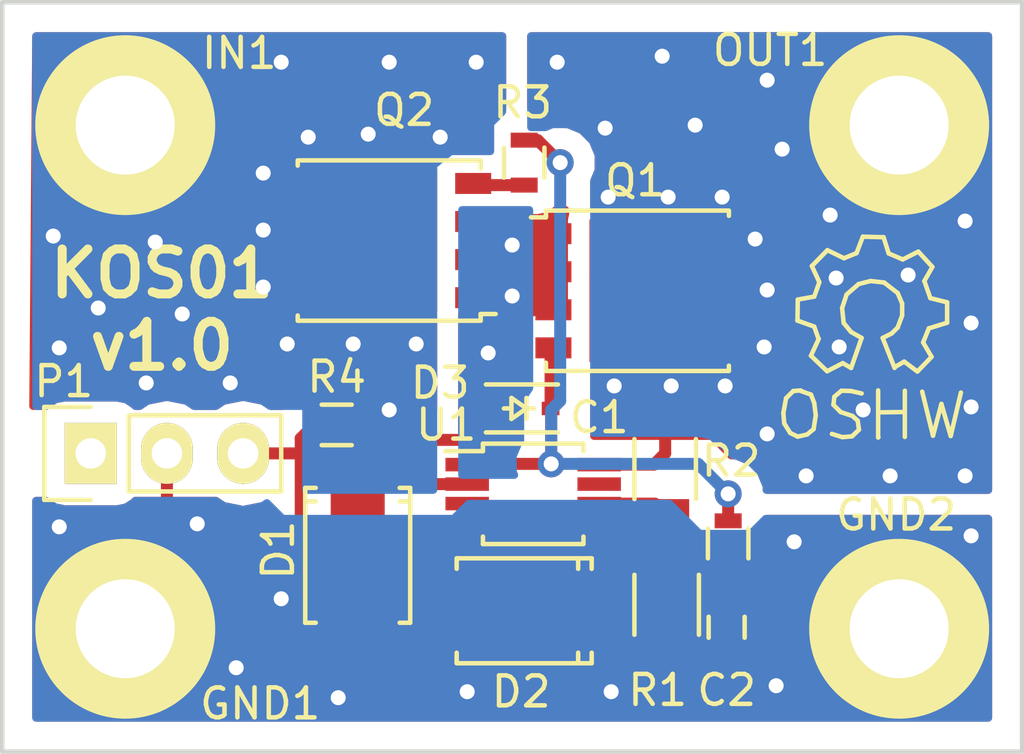
<source format=kicad_pcb>
(kicad_pcb (version 4) (host pcbnew 4.0.4-stable)

  (general
    (links 100)
    (no_connects 0)
    (area 129.224999 88.724999 163.375001 113.875001)
    (thickness 1.6)
    (drawings 9)
    (tracks 64)
    (zones 0)
    (modules 76)
    (nets 12)
  )

  (page A4)
  (title_block
    (title "20A Ideal Diode LTC4359 5V-60V")
    (date 2017-02-25)
    (rev 1.0)
  )

  (layers
    (0 F.Cu signal)
    (31 B.Cu signal)
    (33 F.Adhes user)
    (35 F.Paste user)
    (37 F.SilkS user)
    (38 B.Mask user)
    (39 F.Mask user)
    (40 Dwgs.User user)
    (41 Cmts.User user)
    (44 Edge.Cuts user)
    (45 Margin user)
    (47 F.CrtYd user)
    (49 F.Fab user)
  )

  (setup
    (last_trace_width 0.4)
    (user_trace_width 0.4)
    (user_trace_width 0.7)
    (user_trace_width 1)
    (user_trace_width 1.5)
    (user_trace_width 2)
    (user_trace_width 4)
    (user_trace_width 10)
    (trace_clearance 0.15)
    (zone_clearance 0.7)
    (zone_45_only yes)
    (trace_min 0.4)
    (segment_width 0.2)
    (edge_width 0.15)
    (via_size 0.9)
    (via_drill 0.5)
    (via_min_size 0.9)
    (via_min_drill 0.5)
    (user_via 0.9 0.5)
    (uvia_size 0.3)
    (uvia_drill 0.1)
    (uvias_allowed no)
    (uvia_min_size 0.2)
    (uvia_min_drill 0.1)
    (pcb_text_width 0.3)
    (pcb_text_size 1.5 1.5)
    (mod_edge_width 0.15)
    (mod_text_size 1 1)
    (mod_text_width 0.15)
    (pad_size 5.99948 5.99948)
    (pad_drill 3.3)
    (pad_to_mask_clearance 0.1)
    (solder_mask_min_width 0.1)
    (aux_axis_origin 129.3 113.8)
    (visible_elements 7FFFFFDF)
    (pcbplotparams
      (layerselection 0x010e8_80000001)
      (usegerberextensions true)
      (excludeedgelayer false)
      (linewidth 0.100000)
      (plotframeref false)
      (viasonmask false)
      (mode 1)
      (useauxorigin true)
      (hpglpennumber 1)
      (hpglpenspeed 20)
      (hpglpendiameter 15)
      (hpglpenoverlay 2)
      (psnegative false)
      (psa4output false)
      (plotreference true)
      (plotvalue false)
      (plotinvisibletext false)
      (padsonsilk false)
      (subtractmaskfromsilk false)
      (outputformat 1)
      (mirror false)
      (drillshape 0)
      (scaleselection 1)
      (outputdirectory gerbers/))
  )

  (net 0 "")
  (net 1 /GATE)
  (net 2 /OUT)
  (net 3 "Net-(D1-Pad2)")
  (net 4 GND)
  (net 5 /VSS)
  (net 6 /IN)
  (net 7 "Net-(C2-Pad1)")
  (net 8 /SOURCE)
  (net 9 "Net-(Q2-Pad4)")
  (net 10 /~SHDN)
  (net 11 "Net-(P1-Pad1)")

  (net_class Default "This is the default net class."
    (clearance 0.15)
    (trace_width 0.4)
    (via_dia 0.9)
    (via_drill 0.5)
    (uvia_dia 0.3)
    (uvia_drill 0.1)
    (add_net /GATE)
    (add_net /IN)
    (add_net /OUT)
    (add_net /SOURCE)
    (add_net /VSS)
    (add_net /~SHDN)
    (add_net GND)
    (add_net "Net-(C2-Pad1)")
    (add_net "Net-(D1-Pad2)")
    (add_net "Net-(P1-Pad1)")
    (add_net "Net-(Q2-Pad4)")
  )

  (module Diodes_SMD:SOD-323 (layer F.Cu) (tedit 56A2A445) (tstamp 569D6786)
    (at 146.525 102.35 180)
    (descr SOD-323)
    (tags SOD-323)
    (path /569D67BD)
    (attr smd)
    (fp_text reference D3 (at 2.625 0.85 180) (layer F.SilkS)
      (effects (font (size 1 1) (thickness 0.15)))
    )
    (fp_text value MM3Z16VT1 (at 23.3 6.4 180) (layer F.Fab)
      (effects (font (size 1 1) (thickness 0.15)))
    )
    (fp_line (start 0.25 0) (end 0.5 0) (layer F.SilkS) (width 0.15))
    (fp_line (start -0.25 0) (end -0.5 0) (layer F.SilkS) (width 0.15))
    (fp_line (start -0.25 0) (end 0.25 -0.35) (layer F.SilkS) (width 0.15))
    (fp_line (start 0.25 -0.35) (end 0.25 0.35) (layer F.SilkS) (width 0.15))
    (fp_line (start 0.25 0.35) (end -0.25 0) (layer F.SilkS) (width 0.15))
    (fp_line (start -0.25 -0.35) (end -0.25 0.35) (layer F.SilkS) (width 0.15))
    (fp_line (start -1.5 -0.95) (end 1.5 -0.95) (layer F.CrtYd) (width 0.05))
    (fp_line (start 1.5 -0.95) (end 1.5 0.95) (layer F.CrtYd) (width 0.05))
    (fp_line (start -1.5 0.95) (end 1.5 0.95) (layer F.CrtYd) (width 0.05))
    (fp_line (start -1.5 -0.95) (end -1.5 0.95) (layer F.CrtYd) (width 0.05))
    (fp_line (start -1.3 0.8) (end 1.1 0.8) (layer F.SilkS) (width 0.15))
    (fp_line (start -1.3 -0.8) (end 1.1 -0.8) (layer F.SilkS) (width 0.15))
    (pad 1 smd rect (at -1.055 0 180) (size 0.59 0.45) (layers F.Cu F.Paste F.Mask)
      (net 1 /GATE))
    (pad 2 smd rect (at 1.055 0 180) (size 0.59 0.45) (layers F.Cu F.Paste F.Mask)
      (net 8 /SOURCE))
    (model _kb.3dshapes/sod323.wrl
      (at (xyz 0 0 0))
      (scale (xyz 1 1 1))
      (rotate (xyz 0 0 180))
    )
  )

  (module _kb_footprint:via_0-9_0-5mm (layer F.Cu) (tedit 56A2A294) (tstamp 56A29FB8)
    (at 161.6 106.6)
    (fp_text reference REF** (at 0 0.5) (layer F.SilkS) hide
      (effects (font (size 1 1) (thickness 0.15)))
    )
    (fp_text value via_0-9_0-5mm (at 0 -0.5) (layer F.Fab) hide
      (effects (font (size 1 1) (thickness 0.15)))
    )
    (pad 1 thru_hole circle (at 0 0) (size 0.9 0.9) (drill 0.5) (layers *.Cu)
      (net 4 GND))
  )

  (module _kb_footprint:via_0-9_0-5mm (layer F.Cu) (tedit 56A2A271) (tstamp 56A29FB3)
    (at 131.2 106.3)
    (fp_text reference REF** (at 0 0.5) (layer F.SilkS) hide
      (effects (font (size 1 1) (thickness 0.15)))
    )
    (fp_text value via_0-9_0-5mm (at 0 -0.5) (layer F.Fab) hide
      (effects (font (size 1 1) (thickness 0.15)))
    )
    (pad 1 thru_hole circle (at 0 0) (size 0.9 0.9) (drill 0.5) (layers *.Cu)
      (net 4 GND))
  )

  (module _kb_footprint:via_0-9_0-5mm (layer F.Cu) (tedit 56A2A278) (tstamp 56A29FA9)
    (at 138.6 108.7)
    (fp_text reference REF** (at 0 0.5) (layer F.SilkS) hide
      (effects (font (size 1 1) (thickness 0.15)))
    )
    (fp_text value via_0-9_0-5mm (at 0 -0.5) (layer F.Fab) hide
      (effects (font (size 1 1) (thickness 0.15)))
    )
    (pad 1 thru_hole circle (at 0 0) (size 0.9 0.9) (drill 0.5) (layers *.Cu)
      (net 4 GND))
  )

  (module _kb_footprint:via_0-9_0-5mm (layer F.Cu) (tedit 56A2A275) (tstamp 56A29FA4)
    (at 135.8 106.2)
    (fp_text reference REF** (at 0 0.5) (layer F.SilkS) hide
      (effects (font (size 1 1) (thickness 0.15)))
    )
    (fp_text value via_0-9_0-5mm (at 0 -0.5) (layer F.Fab) hide
      (effects (font (size 1 1) (thickness 0.15)))
    )
    (pad 1 thru_hole circle (at 0 0) (size 0.9 0.9) (drill 0.5) (layers *.Cu)
      (net 4 GND))
  )

  (module _kb_footprint:via_0-9_0-5mm (layer F.Cu) (tedit 56A2A27C) (tstamp 56A29F9F)
    (at 137.1 111)
    (fp_text reference REF** (at 0 0.5) (layer F.SilkS) hide
      (effects (font (size 1 1) (thickness 0.15)))
    )
    (fp_text value via_0-9_0-5mm (at 0 -0.5) (layer F.Fab) hide
      (effects (font (size 1 1) (thickness 0.15)))
    )
    (pad 1 thru_hole circle (at 0 0) (size 0.9 0.9) (drill 0.5) (layers *.Cu)
      (net 4 GND))
  )

  (module _kb_footprint:via_0-9_0-5mm (layer F.Cu) (tedit 56A2A280) (tstamp 56A29F9A)
    (at 140.5 112)
    (fp_text reference REF** (at 0 0.5) (layer F.SilkS) hide
      (effects (font (size 1 1) (thickness 0.15)))
    )
    (fp_text value via_0-9_0-5mm (at 0 -0.5) (layer F.Fab) hide
      (effects (font (size 1 1) (thickness 0.15)))
    )
    (pad 1 thru_hole circle (at 0 0) (size 0.9 0.9) (drill 0.5) (layers *.Cu)
      (net 4 GND))
  )

  (module _kb_footprint:via_0-9_0-5mm (layer F.Cu) (tedit 56A2A284) (tstamp 56A29F95)
    (at 144.8 111.8)
    (fp_text reference REF** (at 0 0.5) (layer F.SilkS) hide
      (effects (font (size 1 1) (thickness 0.15)))
    )
    (fp_text value via_0-9_0-5mm (at 0 -0.5) (layer F.Fab) hide
      (effects (font (size 1 1) (thickness 0.15)))
    )
    (pad 1 thru_hole circle (at 0 0) (size 0.9 0.9) (drill 0.5) (layers *.Cu)
      (net 4 GND))
  )

  (module _kb_footprint:via_0-9_0-5mm (layer F.Cu) (tedit 56A2A289) (tstamp 56A29F90)
    (at 149.6 111.8)
    (fp_text reference REF** (at 0 0.5) (layer F.SilkS) hide
      (effects (font (size 1 1) (thickness 0.15)))
    )
    (fp_text value via_0-9_0-5mm (at 0 -0.5) (layer F.Fab) hide
      (effects (font (size 1 1) (thickness 0.15)))
    )
    (pad 1 thru_hole circle (at 0 0) (size 0.9 0.9) (drill 0.5) (layers *.Cu)
      (net 4 GND))
  )

  (module _kb_footprint:via_0-9_0-5mm (layer F.Cu) (tedit 56A2A28D) (tstamp 56A29F8B)
    (at 155.1 111.6)
    (fp_text reference REF** (at 0 0.5) (layer F.SilkS) hide
      (effects (font (size 1 1) (thickness 0.15)))
    )
    (fp_text value via_0-9_0-5mm (at 0 -0.5) (layer F.Fab) hide
      (effects (font (size 1 1) (thickness 0.15)))
    )
    (pad 1 thru_hole circle (at 0 0) (size 0.9 0.9) (drill 0.5) (layers *.Cu)
      (net 4 GND))
  )

  (module _kb_footprint:via_0-9_0-5mm (layer F.Cu) (tedit 56A2A30A) (tstamp 56A29F44)
    (at 158 102.4)
    (fp_text reference REF** (at 0 0.5) (layer F.SilkS) hide
      (effects (font (size 1 1) (thickness 0.15)))
    )
    (fp_text value via_0-9_0-5mm (at 0 -0.5) (layer F.Fab) hide
      (effects (font (size 1 1) (thickness 0.15)))
    )
    (pad 1 thru_hole circle (at 0 0) (size 0.9 0.9) (drill 0.5) (layers *.Cu)
      (net 2 /OUT))
  )

  (module _kb_footprint:via_0-9_0-5mm (layer F.Cu) (tedit 56A2A357) (tstamp 56A29F35)
    (at 159.5 97.9)
    (fp_text reference REF** (at 0 0.5) (layer F.SilkS) hide
      (effects (font (size 1 1) (thickness 0.15)))
    )
    (fp_text value via_0-9_0-5mm (at 0 -0.5) (layer F.Fab) hide
      (effects (font (size 1 1) (thickness 0.15)))
    )
    (pad 1 thru_hole circle (at 0 0) (size 0.9 0.9) (drill 0.5) (layers *.Cu)
      (net 2 /OUT))
  )

  (module _kb_footprint:via_0-9_0-5mm (layer F.Cu) (tedit 56A2A31D) (tstamp 56A29F30)
    (at 157.2 100.3)
    (fp_text reference REF** (at 0 0.5) (layer F.SilkS) hide
      (effects (font (size 1 1) (thickness 0.15)))
    )
    (fp_text value via_0-9_0-5mm (at 0 -0.5) (layer F.Fab) hide
      (effects (font (size 1 1) (thickness 0.15)))
    )
    (pad 1 thru_hole circle (at 0 0) (size 0.9 0.9) (drill 0.5) (layers *.Cu)
      (net 2 /OUT))
  )

  (module _kb_footprint:via_0-9_0-5mm (layer F.Cu) (tedit 56A2A322) (tstamp 56A29F2B)
    (at 157.1 98)
    (fp_text reference REF** (at 0 0.5) (layer F.SilkS) hide
      (effects (font (size 1 1) (thickness 0.15)))
    )
    (fp_text value via_0-9_0-5mm (at 0 -0.5) (layer F.Fab) hide
      (effects (font (size 1 1) (thickness 0.15)))
    )
    (pad 1 thru_hole circle (at 0 0) (size 0.9 0.9) (drill 0.5) (layers *.Cu)
      (net 2 /OUT))
  )

  (module _kb_footprint:via_0-9_0-5mm (layer F.Cu) (tedit 56A2A310) (tstamp 56A29F21)
    (at 161.6 102.3)
    (fp_text reference REF** (at 0 0.5) (layer F.SilkS) hide
      (effects (font (size 1 1) (thickness 0.15)))
    )
    (fp_text value via_0-9_0-5mm (at 0 -0.5) (layer F.Fab) hide
      (effects (font (size 1 1) (thickness 0.15)))
    )
    (pad 1 thru_hole circle (at 0 0) (size 0.9 0.9) (drill 0.5) (layers *.Cu)
      (net 2 /OUT))
  )

  (module _kb_footprint:via_0-9_0-5mm (layer F.Cu) (tedit 56A2A2EA) (tstamp 56A29F1C)
    (at 161.4 104.6)
    (fp_text reference REF** (at 0 0.5) (layer F.SilkS) hide
      (effects (font (size 1 1) (thickness 0.15)))
    )
    (fp_text value via_0-9_0-5mm (at 0 -0.5) (layer F.Fab) hide
      (effects (font (size 1 1) (thickness 0.15)))
    )
    (pad 1 thru_hole circle (at 0 0) (size 0.9 0.9) (drill 0.5) (layers *.Cu)
      (net 2 /OUT))
  )

  (module _kb_footprint:via_0-9_0-5mm (layer F.Cu) (tedit 56A2A2E5) (tstamp 56A29F17)
    (at 158.9 104.6)
    (fp_text reference REF** (at 0 0.5) (layer F.SilkS) hide
      (effects (font (size 1 1) (thickness 0.15)))
    )
    (fp_text value via_0-9_0-5mm (at 0 -0.5) (layer F.Fab) hide
      (effects (font (size 1 1) (thickness 0.15)))
    )
    (pad 1 thru_hole circle (at 0 0) (size 0.9 0.9) (drill 0.5) (layers *.Cu)
      (net 2 /OUT))
  )

  (module _kb_footprint:via_0-9_0-5mm (layer F.Cu) (tedit 56A2A2E2) (tstamp 56A29F12)
    (at 156.1 104.6)
    (fp_text reference REF** (at 0 0.5) (layer F.SilkS) hide
      (effects (font (size 1 1) (thickness 0.15)))
    )
    (fp_text value via_0-9_0-5mm (at 0 -0.5) (layer F.Fab) hide
      (effects (font (size 1 1) (thickness 0.15)))
    )
    (pad 1 thru_hole circle (at 0 0) (size 0.9 0.9) (drill 0.5) (layers *.Cu)
      (net 2 /OUT))
  )

  (module _kb_footprint:via_0-9_0-5mm (layer F.Cu) (tedit 56A2A2EC) (tstamp 56A29F0D)
    (at 154.8 103.2)
    (fp_text reference REF** (at 0 0.5) (layer F.SilkS) hide
      (effects (font (size 1 1) (thickness 0.15)))
    )
    (fp_text value via_0-9_0-5mm (at 0 -0.5) (layer F.Fab) hide
      (effects (font (size 1 1) (thickness 0.15)))
    )
    (pad 1 thru_hole circle (at 0 0) (size 0.9 0.9) (drill 0.5) (layers *.Cu)
      (net 2 /OUT))
  )

  (module _kb_footprint:via_0-9_0-5mm (layer F.Cu) (tedit 56A2A315) (tstamp 56A29F08)
    (at 161.6 99.5)
    (fp_text reference REF** (at 0 0.5) (layer F.SilkS) hide
      (effects (font (size 1 1) (thickness 0.15)))
    )
    (fp_text value via_0-9_0-5mm (at 0 -0.5) (layer F.Fab) hide
      (effects (font (size 1 1) (thickness 0.15)))
    )
    (pad 1 thru_hole circle (at 0 0) (size 0.9 0.9) (drill 0.5) (layers *.Cu)
      (net 2 /OUT))
  )

  (module _kb_footprint:via_0-9_0-5mm (layer F.Cu) (tedit 56A2A351) (tstamp 56A29F03)
    (at 161.4 96.1)
    (fp_text reference REF** (at 0 0.5) (layer F.SilkS) hide
      (effects (font (size 1 1) (thickness 0.15)))
    )
    (fp_text value via_0-9_0-5mm (at 0 -0.5) (layer F.Fab) hide
      (effects (font (size 1 1) (thickness 0.15)))
    )
    (pad 1 thru_hole circle (at 0 0) (size 0.9 0.9) (drill 0.5) (layers *.Cu)
      (net 2 /OUT))
  )

  (module _kb_footprint:via_0-9_0-5mm (layer F.Cu) (tedit 56A2A34F) (tstamp 56A29EFE)
    (at 156.9 95.9)
    (fp_text reference REF** (at 0 0.5) (layer F.SilkS) hide
      (effects (font (size 1 1) (thickness 0.15)))
    )
    (fp_text value via_0-9_0-5mm (at 0 -0.5) (layer F.Fab) hide
      (effects (font (size 1 1) (thickness 0.15)))
    )
    (pad 1 thru_hole circle (at 0 0) (size 0.9 0.9) (drill 0.5) (layers *.Cu)
      (net 2 /OUT))
  )

  (module _kb_footprint:via_0-9_0-5mm (layer F.Cu) (tedit 56A2A348) (tstamp 56A29EF9)
    (at 155.3 93.7)
    (fp_text reference REF** (at 0 0.5) (layer F.SilkS) hide
      (effects (font (size 1 1) (thickness 0.15)))
    )
    (fp_text value via_0-9_0-5mm (at 0 -0.5) (layer F.Fab) hide
      (effects (font (size 1 1) (thickness 0.15)))
    )
    (pad 1 thru_hole circle (at 0 0) (size 0.9 0.9) (drill 0.5) (layers *.Cu)
      (net 2 /OUT))
  )

  (module _kb_footprint:via_0-9_0-5mm (layer F.Cu) (tedit 56A2A34B) (tstamp 56A29EEA)
    (at 154.8 91.4)
    (fp_text reference REF** (at 0 0.5) (layer F.SilkS) hide
      (effects (font (size 1 1) (thickness 0.15)))
    )
    (fp_text value via_0-9_0-5mm (at 0 -0.5) (layer F.Fab) hide
      (effects (font (size 1 1) (thickness 0.15)))
    )
    (pad 1 thru_hole circle (at 0 0) (size 0.9 0.9) (drill 0.5) (layers *.Cu)
      (net 2 /OUT))
  )

  (module _kb_footprint:via_0-9_0-5mm (layer F.Cu) (tedit 56A2A345) (tstamp 56A29EE5)
    (at 152.4 92.9)
    (fp_text reference REF** (at 0 0.5) (layer F.SilkS) hide
      (effects (font (size 1 1) (thickness 0.15)))
    )
    (fp_text value via_0-9_0-5mm (at 0 -0.5) (layer F.Fab) hide
      (effects (font (size 1 1) (thickness 0.15)))
    )
    (pad 1 thru_hole circle (at 0 0) (size 0.9 0.9) (drill 0.5) (layers *.Cu)
      (net 2 /OUT))
  )

  (module _kb_footprint:via_0-9_0-5mm (layer F.Cu) (tedit 56A2A341) (tstamp 56A29EE0)
    (at 151.3 90.6)
    (fp_text reference REF** (at 0 0.5) (layer F.SilkS) hide
      (effects (font (size 1 1) (thickness 0.15)))
    )
    (fp_text value via_0-9_0-5mm (at 0 -0.5) (layer F.Fab) hide
      (effects (font (size 1 1) (thickness 0.15)))
    )
    (pad 1 thru_hole circle (at 0 0) (size 0.9 0.9) (drill 0.5) (layers *.Cu)
      (net 2 /OUT))
  )

  (module _kb_footprint:via_0-9_0-5mm (layer F.Cu) (tedit 56A2A33A) (tstamp 56A29EDB)
    (at 149.4 93)
    (fp_text reference REF** (at 0 0.5) (layer F.SilkS) hide
      (effects (font (size 1 1) (thickness 0.15)))
    )
    (fp_text value via_0-9_0-5mm (at 0 -0.5) (layer F.Fab) hide
      (effects (font (size 1 1) (thickness 0.15)))
    )
    (pad 1 thru_hole circle (at 0 0) (size 0.9 0.9) (drill 0.5) (layers *.Cu)
      (net 2 /OUT))
  )

  (module _kb_footprint:via_0-9_0-5mm (layer F.Cu) (tedit 56A2A2F1) (tstamp 56A29EC1)
    (at 151.6 101.6)
    (fp_text reference REF** (at 0 0.5) (layer F.SilkS) hide
      (effects (font (size 1 1) (thickness 0.15)))
    )
    (fp_text value via_0-9_0-5mm (at 0 -0.5) (layer F.Fab) hide
      (effects (font (size 1 1) (thickness 0.15)))
    )
    (pad 1 thru_hole circle (at 0 0) (size 0.9 0.9) (drill 0.5) (layers *.Cu)
      (net 2 /OUT))
  )

  (module _kb_footprint:via_0-9_0-5mm (layer F.Cu) (tedit 56A2A2F5) (tstamp 56A29EB2)
    (at 149.7 101.6)
    (fp_text reference REF** (at 0 0.5) (layer F.SilkS) hide
      (effects (font (size 1 1) (thickness 0.15)))
    )
    (fp_text value via_0-9_0-5mm (at 0 -0.5) (layer F.Fab) hide
      (effects (font (size 1 1) (thickness 0.15)))
    )
    (pad 1 thru_hole circle (at 0 0) (size 0.9 0.9) (drill 0.5) (layers *.Cu)
      (net 2 /OUT))
  )

  (module _kb_footprint:via_0-9_0-5mm (layer F.Cu) (tedit 56A2A2F8) (tstamp 56A29EA2)
    (at 153.4 101.6)
    (fp_text reference REF** (at 0 0.5) (layer F.SilkS) hide
      (effects (font (size 1 1) (thickness 0.15)))
    )
    (fp_text value via_0-9_0-5mm (at 0 -0.5) (layer F.Fab) hide
      (effects (font (size 1 1) (thickness 0.15)))
    )
    (pad 1 thru_hole circle (at 0 0) (size 0.9 0.9) (drill 0.5) (layers *.Cu)
      (net 2 /OUT))
  )

  (module _kb_footprint:via_0-9_0-5mm (layer F.Cu) (tedit 56A2A2FD) (tstamp 56A29E9D)
    (at 154.7 100.3)
    (fp_text reference REF** (at 0 0.5) (layer F.SilkS) hide
      (effects (font (size 1 1) (thickness 0.15)))
    )
    (fp_text value via_0-9_0-5mm (at 0 -0.5) (layer F.Fab) hide
      (effects (font (size 1 1) (thickness 0.15)))
    )
    (pad 1 thru_hole circle (at 0 0) (size 0.9 0.9) (drill 0.5) (layers *.Cu)
      (net 2 /OUT))
  )

  (module _kb_footprint:via_0-9_0-5mm (layer F.Cu) (tedit 56A2A325) (tstamp 56A29E98)
    (at 154.8 98.4)
    (fp_text reference REF** (at 0 0.5) (layer F.SilkS) hide
      (effects (font (size 1 1) (thickness 0.15)))
    )
    (fp_text value via_0-9_0-5mm (at 0 -0.5) (layer F.Fab) hide
      (effects (font (size 1 1) (thickness 0.15)))
    )
    (pad 1 thru_hole circle (at 0 0) (size 0.9 0.9) (drill 0.5) (layers *.Cu)
      (net 2 /OUT))
  )

  (module _kb_footprint:via_0-9_0-5mm (layer F.Cu) (tedit 56A2A328) (tstamp 56A29E93)
    (at 154.4 96.7)
    (fp_text reference REF** (at 0 0.5) (layer F.SilkS) hide
      (effects (font (size 1 1) (thickness 0.15)))
    )
    (fp_text value via_0-9_0-5mm (at 0 -0.5) (layer F.Fab) hide
      (effects (font (size 1 1) (thickness 0.15)))
    )
    (pad 1 thru_hole circle (at 0 0) (size 0.9 0.9) (drill 0.5) (layers *.Cu)
      (net 2 /OUT))
  )

  (module _kb_footprint:via_0-9_0-5mm (layer F.Cu) (tedit 56A2A32D) (tstamp 56A29E8E)
    (at 153.3 95.3)
    (fp_text reference REF** (at 0 0.5) (layer F.SilkS) hide
      (effects (font (size 1 1) (thickness 0.15)))
    )
    (fp_text value via_0-9_0-5mm (at 0 -0.5) (layer F.Fab) hide
      (effects (font (size 1 1) (thickness 0.15)))
    )
    (pad 1 thru_hole circle (at 0 0) (size 0.9 0.9) (drill 0.5) (layers *.Cu)
      (net 2 /OUT))
  )

  (module _kb_footprint:via_0-9_0-5mm (layer F.Cu) (tedit 56A2A330) (tstamp 56A29E89)
    (at 151.5 95.3)
    (fp_text reference REF** (at 0 0.5) (layer F.SilkS) hide
      (effects (font (size 1 1) (thickness 0.15)))
    )
    (fp_text value via_0-9_0-5mm (at 0 -0.5) (layer F.Fab) hide
      (effects (font (size 1 1) (thickness 0.15)))
    )
    (pad 1 thru_hole circle (at 0 0) (size 0.9 0.9) (drill 0.5) (layers *.Cu)
      (net 2 /OUT))
  )

  (module _kb_footprint:via_0-9_0-5mm (layer F.Cu) (tedit 56A2A333) (tstamp 56A29E84)
    (at 149.5 95.3)
    (fp_text reference REF** (at 0 0.5) (layer F.SilkS) hide
      (effects (font (size 1 1) (thickness 0.15)))
    )
    (fp_text value via_0-9_0-5mm (at 0 -0.5) (layer F.Fab) hide
      (effects (font (size 1 1) (thickness 0.15)))
    )
    (pad 1 thru_hole circle (at 0 0) (size 0.9 0.9) (drill 0.5) (layers *.Cu)
      (net 2 /OUT))
  )

  (module _kb_footprint:via_0-9_0-5mm (layer F.Cu) (tedit 56A2A16C) (tstamp 56A29E6E)
    (at 135.3 99.2)
    (fp_text reference REF** (at 0 0.5) (layer F.SilkS) hide
      (effects (font (size 1 1) (thickness 0.15)))
    )
    (fp_text value via_0-9_0-5mm (at 0 -0.5) (layer F.Fab) hide
      (effects (font (size 1 1) (thickness 0.15)))
    )
    (pad 1 thru_hole circle (at 0 0) (size 0.9 0.9) (drill 0.5) (layers *.Cu)
      (net 6 /IN))
  )

  (module _kb_footprint:via_0-9_0-5mm (layer F.Cu) (tedit 56A2A1D4) (tstamp 56A29E56)
    (at 142.2 102.4)
    (fp_text reference REF** (at 0 0.5) (layer F.SilkS) hide
      (effects (font (size 1 1) (thickness 0.15)))
    )
    (fp_text value via_0-9_0-5mm (at 0 -0.5) (layer F.Fab) hide
      (effects (font (size 1 1) (thickness 0.15)))
    )
    (pad 1 thru_hole circle (at 0 0) (size 0.9 0.9) (drill 0.5) (layers *.Cu)
      (net 6 /IN))
  )

  (module _kb_footprint:via_0-9_0-5mm (layer F.Cu) (tedit 56A2A116) (tstamp 56A29E41)
    (at 134.4 96.8)
    (fp_text reference REF** (at 0 0.5) (layer F.SilkS) hide
      (effects (font (size 1 1) (thickness 0.15)))
    )
    (fp_text value via_0-9_0-5mm (at 0 -0.5) (layer F.Fab) hide
      (effects (font (size 1 1) (thickness 0.15)))
    )
    (pad 1 thru_hole circle (at 0 0) (size 0.9 0.9) (drill 0.5) (layers *.Cu)
      (net 6 /IN))
  )

  (module _kb_footprint:via_0-9_0-5mm (layer F.Cu) (tedit 56A2A1BB) (tstamp 56A29E3C)
    (at 138.6 90.8)
    (fp_text reference REF** (at 0 0.5) (layer F.SilkS) hide
      (effects (font (size 1 1) (thickness 0.15)))
    )
    (fp_text value via_0-9_0-5mm (at 0 -0.5) (layer F.Fab) hide
      (effects (font (size 1 1) (thickness 0.15)))
    )
    (pad 1 thru_hole circle (at 0 0) (size 0.9 0.9) (drill 0.5) (layers *.Cu)
      (net 6 /IN))
  )

  (module _kb_footprint:via_0-9_0-5mm (layer F.Cu) (tedit 56A2A1C2) (tstamp 56A29E37)
    (at 142.2 90.8)
    (fp_text reference REF** (at 0 0.5) (layer F.SilkS) hide
      (effects (font (size 1 1) (thickness 0.15)))
    )
    (fp_text value via_0-9_0-5mm (at 0 -0.5) (layer F.Fab) hide
      (effects (font (size 1 1) (thickness 0.15)))
    )
    (pad 1 thru_hole circle (at 0 0) (size 0.9 0.9) (drill 0.5) (layers *.Cu)
      (net 6 /IN))
  )

  (module _kb_footprint:via_0-9_0-5mm (layer F.Cu) (tedit 56A2A1CB) (tstamp 56A29E32)
    (at 145.1 90.8)
    (fp_text reference REF** (at 0 0.5) (layer F.SilkS) hide
      (effects (font (size 1 1) (thickness 0.15)))
    )
    (fp_text value via_0-9_0-5mm (at 0 -0.5) (layer F.Fab) hide
      (effects (font (size 1 1) (thickness 0.15)))
    )
    (pad 1 thru_hole circle (at 0 0) (size 0.9 0.9) (drill 0.5) (layers *.Cu)
      (net 6 /IN))
  )

  (module _kb_footprint:via_0-9_0-5mm (layer F.Cu) (tedit 56A2A1C7) (tstamp 56A29E2D)
    (at 143.9 93.3)
    (fp_text reference REF** (at 0 0.5) (layer F.SilkS) hide
      (effects (font (size 1 1) (thickness 0.15)))
    )
    (fp_text value via_0-9_0-5mm (at 0 -0.5) (layer F.Fab) hide
      (effects (font (size 1 1) (thickness 0.15)))
    )
    (pad 1 thru_hole circle (at 0 0) (size 0.9 0.9) (drill 0.5) (layers *.Cu)
      (net 6 /IN))
  )

  (module _kb_footprint:via_0-9_0-5mm (layer F.Cu) (tedit 56A2A1BF) (tstamp 56A29E28)
    (at 141.5 93.2)
    (fp_text reference REF** (at 0 0.5) (layer F.SilkS) hide
      (effects (font (size 1 1) (thickness 0.15)))
    )
    (fp_text value via_0-9_0-5mm (at 0 -0.5) (layer F.Fab) hide
      (effects (font (size 1 1) (thickness 0.15)))
    )
    (pad 1 thru_hole circle (at 0 0) (size 0.9 0.9) (drill 0.5) (layers *.Cu)
      (net 6 /IN))
  )

  (module _kb_footprint:via_0-9_0-5mm (layer F.Cu) (tedit 56A2A1B8) (tstamp 56A29E23)
    (at 139.5 93.3)
    (fp_text reference REF** (at 0 0.5) (layer F.SilkS) hide
      (effects (font (size 1 1) (thickness 0.15)))
    )
    (fp_text value via_0-9_0-5mm (at 0 -0.5) (layer F.Fab) hide
      (effects (font (size 1 1) (thickness 0.15)))
    )
    (pad 1 thru_hole circle (at 0 0) (size 0.9 0.9) (drill 0.5) (layers *.Cu)
      (net 6 /IN))
  )

  (module _kb_footprint:via_0-9_0-5mm (layer F.Cu) (tedit 56A2A1B4) (tstamp 56A29E1E)
    (at 138 94.5)
    (fp_text reference REF** (at 0 0.5) (layer F.SilkS) hide
      (effects (font (size 1 1) (thickness 0.15)))
    )
    (fp_text value via_0-9_0-5mm (at 0 -0.5) (layer F.Fab) hide
      (effects (font (size 1 1) (thickness 0.15)))
    )
    (pad 1 thru_hole circle (at 0 0) (size 0.9 0.9) (drill 0.5) (layers *.Cu)
      (net 6 /IN))
  )

  (module _kb_footprint:via_0-9_0-5mm (layer F.Cu) (tedit 56A2A1B1) (tstamp 56A29E19)
    (at 138 96.4)
    (fp_text reference REF** (at 0 0.5) (layer F.SilkS) hide
      (effects (font (size 1 1) (thickness 0.15)))
    )
    (fp_text value via_0-9_0-5mm (at 0 -0.5) (layer F.Fab) hide
      (effects (font (size 1 1) (thickness 0.15)))
    )
    (pad 1 thru_hole circle (at 0 0) (size 0.9 0.9) (drill 0.5) (layers *.Cu)
      (net 6 /IN))
  )

  (module _kb_footprint:via_0-9_0-5mm (layer F.Cu) (tedit 56A2A1AC) (tstamp 56A29E11)
    (at 138 98.3)
    (fp_text reference REF** (at 0 0.5) (layer F.SilkS) hide
      (effects (font (size 1 1) (thickness 0.15)))
    )
    (fp_text value via_0-9_0-5mm (at 0 -0.5) (layer F.Fab) hide
      (effects (font (size 1 1) (thickness 0.15)))
    )
    (pad 1 thru_hole circle (at 0 0) (size 0.9 0.9) (drill 0.5) (layers *.Cu)
      (net 6 /IN))
  )

  (module _kb_footprint:via_0-9_0-5mm (layer F.Cu) (tedit 56A2A1A9) (tstamp 56A29E0C)
    (at 138.8 100.2)
    (fp_text reference REF** (at 0 0.5) (layer F.SilkS) hide
      (effects (font (size 1 1) (thickness 0.15)))
    )
    (fp_text value via_0-9_0-5mm (at 0 -0.5) (layer F.Fab) hide
      (effects (font (size 1 1) (thickness 0.15)))
    )
    (pad 1 thru_hole circle (at 0 0) (size 0.9 0.9) (drill 0.5) (layers *.Cu)
      (net 6 /IN))
  )

  (module _kb_footprint:via_0-9_0-5mm (layer F.Cu) (tedit 56A2A1CF) (tstamp 56A29E06)
    (at 141 100.2)
    (fp_text reference REF** (at 0 0.5) (layer F.SilkS) hide
      (effects (font (size 1 1) (thickness 0.15)))
    )
    (fp_text value via_0-9_0-5mm (at 0 -0.5) (layer F.Fab) hide
      (effects (font (size 1 1) (thickness 0.15)))
    )
    (pad 1 thru_hole circle (at 0 0) (size 0.9 0.9) (drill 0.5) (layers *.Cu)
      (net 6 /IN))
  )

  (module _kb_footprint:via_0-9_0-5mm (layer F.Cu) (tedit 56A2A1D2) (tstamp 56A29E01)
    (at 143.1 100.2)
    (fp_text reference REF** (at 0 0.5) (layer F.SilkS) hide
      (effects (font (size 1 1) (thickness 0.15)))
    )
    (fp_text value via_0-9_0-5mm (at 0 -0.5) (layer F.Fab) hide
      (effects (font (size 1 1) (thickness 0.15)))
    )
    (pad 1 thru_hole circle (at 0 0) (size 0.9 0.9) (drill 0.5) (layers *.Cu)
      (net 6 /IN))
  )

  (module _kb_footprint:via_0-9_0-5mm (layer F.Cu) (tedit 56A2A1A4) (tstamp 56A29DFB)
    (at 136.9 101.5)
    (fp_text reference REF** (at 0 0.5) (layer F.SilkS) hide
      (effects (font (size 1 1) (thickness 0.15)))
    )
    (fp_text value via_0-9_0-5mm (at 0 -0.5) (layer F.Fab) hide
      (effects (font (size 1 1) (thickness 0.15)))
    )
    (pad 1 thru_hole circle (at 0 0) (size 0.9 0.9) (drill 0.5) (layers *.Cu)
      (net 6 /IN))
  )

  (module _kb_footprint:via_0-9_0-5mm (layer F.Cu) (tedit 56A2A17F) (tstamp 56A29DF4)
    (at 134.1 101.5)
    (fp_text reference REF** (at 0 0.5) (layer F.SilkS) hide
      (effects (font (size 1 1) (thickness 0.15)))
    )
    (fp_text value via_0-9_0-5mm (at 0 -0.5) (layer F.Fab) hide
      (effects (font (size 1 1) (thickness 0.15)))
    )
    (pad 1 thru_hole circle (at 0 0) (size 0.9 0.9) (drill 0.5) (layers *.Cu)
      (net 6 /IN))
  )

  (module _kb_footprint:via_0-9_0-5mm (layer F.Cu) (tedit 56A2A1A0) (tstamp 56A29DEF)
    (at 131.2 100.33)
    (fp_text reference REF** (at 0 0.5) (layer F.SilkS) hide
      (effects (font (size 1 1) (thickness 0.15)))
    )
    (fp_text value via_0-9_0-5mm (at 0 -0.5) (layer F.Fab) hide
      (effects (font (size 1 1) (thickness 0.15)))
    )
    (pad 1 thru_hole circle (at 0 0) (size 0.9 0.9) (drill 0.5) (layers *.Cu)
      (net 6 /IN))
  )

  (module _kb_footprint:via_0-9_0-5mm (layer F.Cu) (tedit 56A2A19A) (tstamp 56A29DEA)
    (at 131 96.6)
    (fp_text reference REF** (at 0 0.5) (layer F.SilkS) hide
      (effects (font (size 1 1) (thickness 0.15)))
    )
    (fp_text value via_0-9_0-5mm (at 0 -0.5) (layer F.Fab) hide
      (effects (font (size 1 1) (thickness 0.15)))
    )
    (pad 1 thru_hole circle (at 0 0) (size 0.9 0.9) (drill 0.5) (layers *.Cu)
      (net 6 /IN))
  )

  (module Diodes_SMD:SMA_Standard (layer F.Cu) (tedit 569ED5F4) (tstamp 569BEDEC)
    (at 141.15 107.25 270)
    (descr "Diode SMA")
    (tags "Diode SMA")
    (path /569A7C85)
    (attr smd)
    (fp_text reference D1 (at -0.175 2.65 270) (layer F.SilkS)
      (effects (font (size 1 1) (thickness 0.15)))
    )
    (fp_text value SMAJ60A (at 3.8 18.7 270) (layer F.Fab)
      (effects (font (size 1 1) (thickness 0.15)))
    )
    (fp_line (start -3.5 -2) (end 3.5 -2) (layer F.CrtYd) (width 0.05))
    (fp_line (start 3.5 -2) (end 3.5 2) (layer F.CrtYd) (width 0.05))
    (fp_line (start 3.5 2) (end -3.5 2) (layer F.CrtYd) (width 0.05))
    (fp_line (start -3.5 2) (end -3.5 -2) (layer F.CrtYd) (width 0.05))
    (fp_circle (center 0 0) (end 0.20066 -0.0508) (layer F.Adhes) (width 0.381))
    (fp_line (start -1.79914 1.75006) (end -1.79914 1.39954) (layer F.SilkS) (width 0.15))
    (fp_line (start -1.79914 -1.75006) (end -1.79914 -1.39954) (layer F.SilkS) (width 0.15))
    (fp_line (start 2.25044 1.75006) (end 2.25044 1.39954) (layer F.SilkS) (width 0.15))
    (fp_line (start -2.25044 1.75006) (end -2.25044 1.39954) (layer F.SilkS) (width 0.15))
    (fp_line (start -2.25044 -1.75006) (end -2.25044 -1.39954) (layer F.SilkS) (width 0.15))
    (fp_line (start 2.25044 -1.75006) (end 2.25044 -1.39954) (layer F.SilkS) (width 0.15))
    (fp_line (start -2.25044 1.75006) (end 2.25044 1.75006) (layer F.SilkS) (width 0.15))
    (fp_line (start -2.25044 -1.75006) (end 2.25044 -1.75006) (layer F.SilkS) (width 0.15))
    (pad 1 smd rect (at -1.99898 0 270) (size 2.49936 1.80086) (layers F.Cu F.Paste F.Mask)
      (net 6 /IN))
    (pad 2 smd rect (at 1.99898 0 270) (size 2.49936 1.80086) (layers F.Cu F.Paste F.Mask)
      (net 3 "Net-(D1-Pad2)"))
    (model Diodes_SMD.3dshapes/SMA_Standard.wrl
      (at (xyz 0 0 0))
      (scale (xyz 0.3937 0.3937 0.3937))
      (rotate (xyz 0 0 180))
    )
  )

  (module Housings_SSOP:MSOP-8_3x3mm_Pitch0.65mm (layer F.Cu) (tedit 56A2A439) (tstamp 569A6B30)
    (at 147 105.2)
    (descr "8-Lead Plastic Micro Small Outline Package (MS) [MSOP] (see Microchip Packaging Specification 00000049BS.pdf)")
    (tags "SSOP 0.65")
    (path /569A69C3)
    (attr smd)
    (fp_text reference U1 (at -2.9 -2.3) (layer F.SilkS)
      (effects (font (size 1 1) (thickness 0.15)))
    )
    (fp_text value LTC4359 (at -28 9.5) (layer F.Fab)
      (effects (font (size 1 1) (thickness 0.15)))
    )
    (fp_line (start -3.2 -1.85) (end -3.2 1.85) (layer F.CrtYd) (width 0.05))
    (fp_line (start 3.2 -1.85) (end 3.2 1.85) (layer F.CrtYd) (width 0.05))
    (fp_line (start -3.2 -1.85) (end 3.2 -1.85) (layer F.CrtYd) (width 0.05))
    (fp_line (start -3.2 1.85) (end 3.2 1.85) (layer F.CrtYd) (width 0.05))
    (fp_line (start -1.675 -1.675) (end -1.675 -1.425) (layer F.SilkS) (width 0.15))
    (fp_line (start 1.675 -1.675) (end 1.675 -1.425) (layer F.SilkS) (width 0.15))
    (fp_line (start 1.675 1.675) (end 1.675 1.425) (layer F.SilkS) (width 0.15))
    (fp_line (start -1.675 1.675) (end -1.675 1.425) (layer F.SilkS) (width 0.15))
    (fp_line (start -1.675 -1.675) (end 1.675 -1.675) (layer F.SilkS) (width 0.15))
    (fp_line (start -1.675 1.675) (end 1.675 1.675) (layer F.SilkS) (width 0.15))
    (fp_line (start -1.675 -1.425) (end -2.925 -1.425) (layer F.SilkS) (width 0.15))
    (pad 1 smd rect (at -2.2 -0.975) (size 1.45 0.45) (layers F.Cu F.Paste F.Mask)
      (net 1 /GATE))
    (pad 2 smd rect (at -2.2 -0.325) (size 1.45 0.45) (layers F.Cu F.Paste F.Mask)
      (net 8 /SOURCE))
    (pad 3 smd rect (at -2.2 0.325) (size 1.45 0.45) (layers F.Cu F.Paste F.Mask))
    (pad 4 smd rect (at -2.2 0.975) (size 1.45 0.45) (layers F.Cu F.Paste F.Mask)
      (net 6 /IN))
    (pad 5 smd rect (at 2.2 0.975) (size 1.45 0.45) (layers F.Cu F.Paste F.Mask)
      (net 10 /~SHDN))
    (pad 6 smd rect (at 2.2 0.325) (size 1.45 0.45) (layers F.Cu F.Paste F.Mask)
      (net 5 /VSS))
    (pad 7 smd rect (at 2.2 -0.325) (size 1.45 0.45) (layers F.Cu F.Paste F.Mask))
    (pad 8 smd rect (at 2.2 -0.975) (size 1.45 0.45) (layers F.Cu F.Paste F.Mask)
      (net 2 /OUT))
    (model Housings_SSOP.3dshapes/MSOP-8_3x3mm_Pitch0.65mm.wrl
      (at (xyz 0 0 0))
      (scale (xyz 1 1 1))
      (rotate (xyz 0 0 0))
    )
  )

  (module _kb_footprint:TDSON-8-1 (layer F.Cu) (tedit 56A24A8C) (tstamp 569BD73F)
    (at 150.475 98.425)
    (tags SuperSO8,PG-TDSON-8-1,Infineon)
    (path /569A7478)
    (fp_text reference Q1 (at -0.075 -3.675) (layer F.SilkS)
      (effects (font (size 1 1) (thickness 0.15)))
    )
    (fp_text value BSC028N06NS (at -2.2 -10.7) (layer F.Fab)
      (effects (font (size 1 1) (thickness 0.15)))
    )
    (fp_line (start -3.05 -2.65) (end -3.05 -2.45) (layer F.SilkS) (width 0.15))
    (fp_line (start -3.05 -2.45) (end -3.05 -2.55) (layer F.SilkS) (width 0.15))
    (fp_line (start -3.05 2.65) (end -3.05 2.4) (layer F.SilkS) (width 0.15))
    (fp_line (start 3.05 2.65) (end 3.05 2.5) (layer F.SilkS) (width 0.15))
    (fp_line (start 3.05 -2.65) (end 3.05 -2.5) (layer F.SilkS) (width 0.15))
    (fp_line (start -3.05 -2.45) (end -3.55 -2.45) (layer F.SilkS) (width 0.15))
    (fp_line (start -3.05 2.675) (end 3.05 2.675) (layer F.Fab) (width 0.15))
    (fp_line (start 3.05 -2.675) (end -3.05 -2.675) (layer F.Fab) (width 0.15))
    (fp_line (start -3.65 2.925) (end -3.65 -2.925) (layer F.CrtYd) (width 0.05))
    (fp_line (start -3.65 -2.925) (end 3.65 -2.925) (layer F.CrtYd) (width 0.05))
    (fp_line (start 3.65 -2.925) (end 3.65 2.925) (layer F.CrtYd) (width 0.05))
    (fp_line (start 3.65 2.925) (end -3.65 2.925) (layer F.CrtYd) (width 0.05))
    (fp_line (start -3.048 -1.778) (end -2.159 -2.667) (layer F.Fab) (width 0.15))
    (fp_line (start -3.05 2.675) (end 3.05 2.675) (layer F.SilkS) (width 0.15))
    (fp_line (start -3.05 -2.675) (end -3.05 2.675) (layer F.Fab) (width 0.15))
    (fp_line (start 3.05 -2.675) (end -3.05 -2.675) (layer F.SilkS) (width 0.15))
    (fp_line (start 3.05 2.675) (end 3.05 -2.675) (layer F.Fab) (width 0.15))
    (pad 7 smd rect (at 0.65 -1.35) (size 4.5 0.65) (layers F.Cu F.Paste F.Mask)
      (net 2 /OUT))
    (pad 6 smd rect (at 0.65 0) (size 4.5 0.65) (layers F.Cu F.Paste F.Mask)
      (net 2 /OUT))
    (pad 6 smd rect (at 0.9 0.675) (size 5 0.7) (layers F.Cu F.Paste F.Mask)
      (net 2 /OUT))
    (pad 7 smd rect (at 0.9 -0.675) (size 5 0.7) (layers F.Cu F.Paste F.Mask)
      (net 2 /OUT))
    (pad 8 smd rect (at 0.9 -2.025) (size 5 0.7) (layers F.Cu F.Paste F.Mask)
      (net 2 /OUT))
    (pad 5 smd rect (at 0.9 2.025) (size 5 0.7) (layers F.Cu F.Paste F.Mask)
      (net 2 /OUT))
    (pad 5 smd rect (at 0.65 1.35) (size 4.5 0.65) (layers F.Cu F.Paste F.Mask)
      (net 2 /OUT))
    (pad 1 smd rect (at -2.8 -1.905) (size 1.2 0.7) (layers F.Cu F.Paste F.Mask)
      (net 8 /SOURCE))
    (pad 2 smd rect (at -2.8 -0.635) (size 1.2 0.7) (layers F.Cu F.Paste F.Mask)
      (net 8 /SOURCE))
    (pad 3 smd rect (at -2.8 0.635) (size 1.2 0.7) (layers F.Cu F.Paste F.Mask)
      (net 8 /SOURCE))
    (pad 4 smd rect (at -2.8 1.905) (size 1.2 0.7) (layers F.Cu F.Paste F.Mask)
      (net 1 /GATE))
    (model _kb.3dshapes/TDSON-8-1.wrl
      (at (xyz 0 0 0))
      (scale (xyz 0.3937 0.3937 0.3937))
      (rotate (xyz 0 0 270))
    )
  )

  (module Diodes_SMD:SMA_Standard (layer F.Cu) (tedit 569ED655) (tstamp 569BEE22)
    (at 146.7 109.1 180)
    (descr "Diode SMA")
    (tags "Diode SMA")
    (path /569A7D33)
    (attr smd)
    (fp_text reference D2 (at 0.1 -2.7 180) (layer F.SilkS)
      (effects (font (size 1 1) (thickness 0.15)))
    )
    (fp_text value SMAJ24A (at -22.4 5.4 180) (layer F.Fab)
      (effects (font (size 1 1) (thickness 0.15)))
    )
    (fp_line (start -3.5 -2) (end 3.5 -2) (layer F.CrtYd) (width 0.05))
    (fp_line (start 3.5 -2) (end 3.5 2) (layer F.CrtYd) (width 0.05))
    (fp_line (start 3.5 2) (end -3.5 2) (layer F.CrtYd) (width 0.05))
    (fp_line (start -3.5 2) (end -3.5 -2) (layer F.CrtYd) (width 0.05))
    (fp_circle (center 0 0) (end 0.20066 -0.0508) (layer F.Adhes) (width 0.381))
    (fp_line (start -1.79914 1.75006) (end -1.79914 1.39954) (layer F.SilkS) (width 0.15))
    (fp_line (start -1.79914 -1.75006) (end -1.79914 -1.39954) (layer F.SilkS) (width 0.15))
    (fp_line (start 2.25044 1.75006) (end 2.25044 1.39954) (layer F.SilkS) (width 0.15))
    (fp_line (start -2.25044 1.75006) (end -2.25044 1.39954) (layer F.SilkS) (width 0.15))
    (fp_line (start -2.25044 -1.75006) (end -2.25044 -1.39954) (layer F.SilkS) (width 0.15))
    (fp_line (start 2.25044 -1.75006) (end 2.25044 -1.39954) (layer F.SilkS) (width 0.15))
    (fp_line (start -2.25044 1.75006) (end 2.25044 1.75006) (layer F.SilkS) (width 0.15))
    (fp_line (start -2.25044 -1.75006) (end 2.25044 -1.75006) (layer F.SilkS) (width 0.15))
    (pad 1 smd rect (at -1.99898 0 180) (size 2.49936 1.80086) (layers F.Cu F.Paste F.Mask)
      (net 5 /VSS))
    (pad 2 smd rect (at 1.99898 0 180) (size 2.49936 1.80086) (layers F.Cu F.Paste F.Mask)
      (net 3 "Net-(D1-Pad2)"))
    (model Diodes_SMD.3dshapes/SMA_Standard.wrl
      (at (xyz 0 0 0))
      (scale (xyz 0.3937 0.3937 0.3937))
      (rotate (xyz 0 0 180))
    )
  )

  (module _kb_footprint:TDSON-8-1 (layer F.Cu) (tedit 56A2A458) (tstamp 569D67A6)
    (at 142.2 96.75 180)
    (tags SuperSO8,PG-TDSON-8-1,Infineon)
    (path /569D5F8D)
    (fp_text reference Q2 (at -0.5 4.35 180) (layer F.SilkS)
      (effects (font (size 1 1) (thickness 0.15)))
    )
    (fp_text value BSC028N06NS (at 8.2 9.2 180) (layer F.Fab)
      (effects (font (size 1 1) (thickness 0.15)))
    )
    (fp_line (start -3.05 -2.65) (end -3.05 -2.45) (layer F.SilkS) (width 0.15))
    (fp_line (start -3.05 -2.45) (end -3.05 -2.55) (layer F.SilkS) (width 0.15))
    (fp_line (start -3.05 2.65) (end -3.05 2.4) (layer F.SilkS) (width 0.15))
    (fp_line (start 3.05 2.65) (end 3.05 2.5) (layer F.SilkS) (width 0.15))
    (fp_line (start 3.05 -2.65) (end 3.05 -2.5) (layer F.SilkS) (width 0.15))
    (fp_line (start -3.05 -2.45) (end -3.55 -2.45) (layer F.SilkS) (width 0.15))
    (fp_line (start -3.05 2.675) (end 3.05 2.675) (layer F.Fab) (width 0.15))
    (fp_line (start 3.05 -2.675) (end -3.05 -2.675) (layer F.Fab) (width 0.15))
    (fp_line (start -3.65 2.925) (end -3.65 -2.925) (layer F.CrtYd) (width 0.05))
    (fp_line (start -3.65 -2.925) (end 3.65 -2.925) (layer F.CrtYd) (width 0.05))
    (fp_line (start 3.65 -2.925) (end 3.65 2.925) (layer F.CrtYd) (width 0.05))
    (fp_line (start 3.65 2.925) (end -3.65 2.925) (layer F.CrtYd) (width 0.05))
    (fp_line (start -3.048 -1.778) (end -2.159 -2.667) (layer F.Fab) (width 0.15))
    (fp_line (start -3.05 2.675) (end 3.05 2.675) (layer F.SilkS) (width 0.15))
    (fp_line (start -3.05 -2.675) (end -3.05 2.675) (layer F.Fab) (width 0.15))
    (fp_line (start 3.05 -2.675) (end -3.05 -2.675) (layer F.SilkS) (width 0.15))
    (fp_line (start 3.05 2.675) (end 3.05 -2.675) (layer F.Fab) (width 0.15))
    (pad 7 smd rect (at 0.65 -1.35 180) (size 4.5 0.65) (layers F.Cu F.Paste F.Mask)
      (net 6 /IN))
    (pad 6 smd rect (at 0.65 0 180) (size 4.5 0.65) (layers F.Cu F.Paste F.Mask)
      (net 6 /IN))
    (pad 6 smd rect (at 0.9 0.675 180) (size 5 0.7) (layers F.Cu F.Paste F.Mask)
      (net 6 /IN))
    (pad 7 smd rect (at 0.9 -0.675 180) (size 5 0.7) (layers F.Cu F.Paste F.Mask)
      (net 6 /IN))
    (pad 8 smd rect (at 0.9 -2.025 180) (size 5 0.7) (layers F.Cu F.Paste F.Mask)
      (net 6 /IN))
    (pad 5 smd rect (at 0.9 2.025 180) (size 5 0.7) (layers F.Cu F.Paste F.Mask)
      (net 6 /IN))
    (pad 5 smd rect (at 0.65 1.35 180) (size 4.5 0.65) (layers F.Cu F.Paste F.Mask)
      (net 6 /IN))
    (pad 1 smd rect (at -2.8 -1.905 180) (size 1.2 0.7) (layers F.Cu F.Paste F.Mask)
      (net 8 /SOURCE))
    (pad 2 smd rect (at -2.8 -0.635 180) (size 1.2 0.7) (layers F.Cu F.Paste F.Mask)
      (net 8 /SOURCE))
    (pad 3 smd rect (at -2.8 0.635 180) (size 1.2 0.7) (layers F.Cu F.Paste F.Mask)
      (net 8 /SOURCE))
    (pad 4 smd rect (at -2.8 1.905 180) (size 1.2 0.7) (layers F.Cu F.Paste F.Mask)
      (net 9 "Net-(Q2-Pad4)"))
    (model _kb.3dshapes/TDSON-8-1.wrl
      (at (xyz 0 0 0))
      (scale (xyz 0.3937 0.3937 0.3937))
      (rotate (xyz 0 0 270))
    )
  )

  (module Capacitors_SMD:C_0603 (layer F.Cu) (tedit 56A24A94) (tstamp 569D879D)
    (at 153.45 109.65 270)
    (descr "Capacitor SMD 0603, reflow soldering, AVX (see smccp.pdf)")
    (tags "capacitor 0603")
    (path /569D7AEE)
    (attr smd)
    (fp_text reference C2 (at 2.1 0 360) (layer F.SilkS)
      (effects (font (size 1 1) (thickness 0.15)))
    )
    (fp_text value 10n (at 9.05 5.1 270) (layer F.Fab)
      (effects (font (size 1 1) (thickness 0.15)))
    )
    (fp_line (start -1.45 -0.75) (end 1.45 -0.75) (layer F.CrtYd) (width 0.05))
    (fp_line (start -1.45 0.75) (end 1.45 0.75) (layer F.CrtYd) (width 0.05))
    (fp_line (start -1.45 -0.75) (end -1.45 0.75) (layer F.CrtYd) (width 0.05))
    (fp_line (start 1.45 -0.75) (end 1.45 0.75) (layer F.CrtYd) (width 0.05))
    (fp_line (start -0.35 -0.6) (end 0.35 -0.6) (layer F.SilkS) (width 0.15))
    (fp_line (start 0.35 0.6) (end -0.35 0.6) (layer F.SilkS) (width 0.15))
    (pad 1 smd rect (at -0.75 0 270) (size 0.8 0.75) (layers F.Cu F.Paste F.Mask)
      (net 7 "Net-(C2-Pad1)"))
    (pad 2 smd rect (at 0.75 0 270) (size 0.8 0.75) (layers F.Cu F.Paste F.Mask)
      (net 4 GND))
    (model Capacitors_SMD.3dshapes/C_0603.wrl
      (at (xyz 0 0 0))
      (scale (xyz 1 1 1))
      (rotate (xyz 0 0 0))
    )
  )

  (module Resistors_SMD:R_1206 (layer F.Cu) (tedit 569EDDAC) (tstamp 569D87A8)
    (at 151.45 108.9 270)
    (descr "Resistor SMD 1206, reflow soldering, Vishay (see dcrcw.pdf)")
    (tags "resistor 1206")
    (path /569A6E88)
    (attr smd)
    (fp_text reference R1 (at 2.85 0.3 360) (layer F.SilkS)
      (effects (font (size 1 1) (thickness 0.15)))
    )
    (fp_text value 3k6 (at 0.9 -14.55 270) (layer F.Fab)
      (effects (font (size 1 1) (thickness 0.15)))
    )
    (fp_line (start -2.2 -1.2) (end 2.2 -1.2) (layer F.CrtYd) (width 0.05))
    (fp_line (start -2.2 1.2) (end 2.2 1.2) (layer F.CrtYd) (width 0.05))
    (fp_line (start -2.2 -1.2) (end -2.2 1.2) (layer F.CrtYd) (width 0.05))
    (fp_line (start 2.2 -1.2) (end 2.2 1.2) (layer F.CrtYd) (width 0.05))
    (fp_line (start 1 1.075) (end -1 1.075) (layer F.SilkS) (width 0.15))
    (fp_line (start -1 -1.075) (end 1 -1.075) (layer F.SilkS) (width 0.15))
    (pad 1 smd rect (at -1.45 0 270) (size 0.9 1.7) (layers F.Cu F.Paste F.Mask)
      (net 5 /VSS))
    (pad 2 smd rect (at 1.45 0 270) (size 0.9 1.7) (layers F.Cu F.Paste F.Mask)
      (net 4 GND))
    (model Resistors_SMD.3dshapes/R_1206.wrl
      (at (xyz 0 0 0))
      (scale (xyz 1 1 1))
      (rotate (xyz 0 0 0))
    )
  )

  (module Resistors_SMD:R_0603 (layer F.Cu) (tedit 56A392D3) (tstamp 569D87B3)
    (at 153.5 106.85 270)
    (descr "Resistor SMD 0603, reflow soldering, Vishay (see dcrcw.pdf)")
    (tags "resistor 0603")
    (path /569D7A1E)
    (attr smd)
    (fp_text reference R2 (at -2.75 -0.1 360) (layer F.SilkS)
      (effects (font (size 1 1) (thickness 0.15)))
    )
    (fp_text value 10k (at 0.55 -16.6 270) (layer F.Fab)
      (effects (font (size 1 1) (thickness 0.15)))
    )
    (fp_line (start -1.3 -0.8) (end 1.3 -0.8) (layer F.CrtYd) (width 0.05))
    (fp_line (start -1.3 0.8) (end 1.3 0.8) (layer F.CrtYd) (width 0.05))
    (fp_line (start -1.3 -0.8) (end -1.3 0.8) (layer F.CrtYd) (width 0.05))
    (fp_line (start 1.3 -0.8) (end 1.3 0.8) (layer F.CrtYd) (width 0.05))
    (fp_line (start 0.5 0.675) (end -0.5 0.675) (layer F.SilkS) (width 0.15))
    (fp_line (start -0.5 -0.675) (end 0.5 -0.675) (layer F.SilkS) (width 0.15))
    (pad 1 smd rect (at -0.75 0 270) (size 0.5 0.9) (layers F.Cu F.Paste F.Mask)
      (net 1 /GATE))
    (pad 2 smd rect (at 0.75 0 270) (size 0.5 0.9) (layers F.Cu F.Paste F.Mask)
      (net 7 "Net-(C2-Pad1)"))
    (model Resistors_SMD.3dshapes/R_0603.wrl
      (at (xyz 0 0 0))
      (scale (xyz 1 1 1))
      (rotate (xyz 0 0 0))
    )
  )

  (module Resistors_SMD:R_0603 (layer F.Cu) (tedit 56A24A2F) (tstamp 569D87BE)
    (at 146.7 94.15 90)
    (descr "Resistor SMD 0603, reflow soldering, Vishay (see dcrcw.pdf)")
    (tags "resistor 0603")
    (path /569D78C7)
    (attr smd)
    (fp_text reference R3 (at 2 -0.05 180) (layer F.SilkS)
      (effects (font (size 1 1) (thickness 0.15)))
    )
    (fp_text value 10R (at 7 9.35 90) (layer F.Fab)
      (effects (font (size 1 1) (thickness 0.15)))
    )
    (fp_line (start -1.3 -0.8) (end 1.3 -0.8) (layer F.CrtYd) (width 0.05))
    (fp_line (start -1.3 0.8) (end 1.3 0.8) (layer F.CrtYd) (width 0.05))
    (fp_line (start -1.3 -0.8) (end -1.3 0.8) (layer F.CrtYd) (width 0.05))
    (fp_line (start 1.3 -0.8) (end 1.3 0.8) (layer F.CrtYd) (width 0.05))
    (fp_line (start 0.5 0.675) (end -0.5 0.675) (layer F.SilkS) (width 0.15))
    (fp_line (start -0.5 -0.675) (end 0.5 -0.675) (layer F.SilkS) (width 0.15))
    (pad 1 smd rect (at -0.75 0 90) (size 0.5 0.9) (layers F.Cu F.Paste F.Mask)
      (net 9 "Net-(Q2-Pad4)"))
    (pad 2 smd rect (at 0.75 0 90) (size 0.5 0.9) (layers F.Cu F.Paste F.Mask)
      (net 1 /GATE))
    (model Resistors_SMD.3dshapes/R_0603.wrl
      (at (xyz 0 0 0))
      (scale (xyz 1 1 1))
      (rotate (xyz 0 0 0))
    )
  )

  (module Resistors_SMD:R_0603 (layer F.Cu) (tedit 56A24A24) (tstamp 569D87C9)
    (at 140.45 102.9 180)
    (descr "Resistor SMD 0603, reflow soldering, Vishay (see dcrcw.pdf)")
    (tags "resistor 0603")
    (path /569DA1AF)
    (attr smd)
    (fp_text reference R4 (at 0 1.6 360) (layer F.SilkS)
      (effects (font (size 1 1) (thickness 0.15)))
    )
    (fp_text value 1M (at 17.25 -1.65 180) (layer F.Fab)
      (effects (font (size 1 1) (thickness 0.15)))
    )
    (fp_line (start -1.3 -0.8) (end 1.3 -0.8) (layer F.CrtYd) (width 0.05))
    (fp_line (start -1.3 0.8) (end 1.3 0.8) (layer F.CrtYd) (width 0.05))
    (fp_line (start -1.3 -0.8) (end -1.3 0.8) (layer F.CrtYd) (width 0.05))
    (fp_line (start 1.3 -0.8) (end 1.3 0.8) (layer F.CrtYd) (width 0.05))
    (fp_line (start 0.5 0.675) (end -0.5 0.675) (layer F.SilkS) (width 0.15))
    (fp_line (start -0.5 -0.675) (end 0.5 -0.675) (layer F.SilkS) (width 0.15))
    (pad 1 smd rect (at -0.75 0 180) (size 0.5 0.9) (layers F.Cu F.Paste F.Mask)
      (net 6 /IN))
    (pad 2 smd rect (at 0.75 0 180) (size 0.5 0.9) (layers F.Cu F.Paste F.Mask)
      (net 10 /~SHDN))
    (model Resistors_SMD.3dshapes/R_0603.wrl
      (at (xyz 0 0 0))
      (scale (xyz 1 1 1))
      (rotate (xyz 0 0 0))
    )
  )

  (module Capacitors_SMD:C_1206 (layer F.Cu) (tedit 569EDE2E) (tstamp 569D8A09)
    (at 151.4 104.375 270)
    (descr "Capacitor SMD 1206, reflow soldering, AVX (see smccp.pdf)")
    (tags "capacitor 1206")
    (path /569A6C12)
    (attr smd)
    (fp_text reference C1 (at -1.725 2.2 540) (layer F.SilkS)
      (effects (font (size 1 1) (thickness 0.15)))
    )
    (fp_text value 2u2 (at 2.875 -14.75 270) (layer F.Fab)
      (effects (font (size 1 1) (thickness 0.15)))
    )
    (fp_line (start -2.3 -1.15) (end 2.3 -1.15) (layer F.CrtYd) (width 0.05))
    (fp_line (start -2.3 1.15) (end 2.3 1.15) (layer F.CrtYd) (width 0.05))
    (fp_line (start -2.3 -1.15) (end -2.3 1.15) (layer F.CrtYd) (width 0.05))
    (fp_line (start 2.3 -1.15) (end 2.3 1.15) (layer F.CrtYd) (width 0.05))
    (fp_line (start 1 -1.025) (end -1 -1.025) (layer F.SilkS) (width 0.15))
    (fp_line (start -1 1.025) (end 1 1.025) (layer F.SilkS) (width 0.15))
    (pad 1 smd rect (at -1.5 0 270) (size 1 1.6) (layers F.Cu F.Paste F.Mask)
      (net 2 /OUT))
    (pad 2 smd rect (at 1.5 0 270) (size 1 1.6) (layers F.Cu F.Paste F.Mask)
      (net 5 /VSS))
    (model Capacitors_SMD.3dshapes/C_1206.wrl
      (at (xyz 0 0 0))
      (scale (xyz 1 1 1))
      (rotate (xyz 0 0 0))
    )
  )

  (module Symbols:Symbol_OSHW-Logo_SilkScreen (layer F.Cu) (tedit 56A29D06) (tstamp 56A15094)
    (at 158.3 99.1)
    (descr "Symbol, OSHW-Logo, Silk Screen,")
    (tags "Symbol, OSHW-Logo, Silk Screen,")
    (fp_text reference REF** (at 8.9 -0.1) (layer F.SilkS) hide
      (effects (font (size 1 1) (thickness 0.15)))
    )
    (fp_text value Symbol_OSHW-Logo_SilkScreen (at 6.7 17.65) (layer F.Fab)
      (effects (font (size 1 1) (thickness 0.15)))
    )
    (fp_line (start 1.66878 2.68986) (end 2.02946 4.16052) (layer F.SilkS) (width 0.15))
    (fp_line (start 2.02946 4.16052) (end 2.30886 3.0988) (layer F.SilkS) (width 0.15))
    (fp_line (start 2.30886 3.0988) (end 2.61874 4.17068) (layer F.SilkS) (width 0.15))
    (fp_line (start 2.61874 4.17068) (end 2.9591 2.72034) (layer F.SilkS) (width 0.15))
    (fp_line (start 0.24892 3.38074) (end 1.03886 3.37058) (layer F.SilkS) (width 0.15))
    (fp_line (start 1.03886 3.37058) (end 1.04902 3.38074) (layer F.SilkS) (width 0.15))
    (fp_line (start 1.04902 3.38074) (end 1.04902 3.37058) (layer F.SilkS) (width 0.15))
    (fp_line (start 1.08966 2.65938) (end 1.08966 4.20116) (layer F.SilkS) (width 0.15))
    (fp_line (start 0.20066 2.64922) (end 0.20066 4.21894) (layer F.SilkS) (width 0.15))
    (fp_line (start 0.20066 4.21894) (end 0.21082 4.20878) (layer F.SilkS) (width 0.15))
    (fp_line (start -0.35052 2.75082) (end -0.70104 2.66954) (layer F.SilkS) (width 0.15))
    (fp_line (start -0.70104 2.66954) (end -1.02108 2.65938) (layer F.SilkS) (width 0.15))
    (fp_line (start -1.02108 2.65938) (end -1.25984 2.86004) (layer F.SilkS) (width 0.15))
    (fp_line (start -1.25984 2.86004) (end -1.29032 3.12928) (layer F.SilkS) (width 0.15))
    (fp_line (start -1.29032 3.12928) (end -1.04902 3.37058) (layer F.SilkS) (width 0.15))
    (fp_line (start -1.04902 3.37058) (end -0.6604 3.50012) (layer F.SilkS) (width 0.15))
    (fp_line (start -0.6604 3.50012) (end -0.48006 3.66014) (layer F.SilkS) (width 0.15))
    (fp_line (start -0.48006 3.66014) (end -0.43942 3.95986) (layer F.SilkS) (width 0.15))
    (fp_line (start -0.43942 3.95986) (end -0.67056 4.18084) (layer F.SilkS) (width 0.15))
    (fp_line (start -0.67056 4.18084) (end -0.9906 4.20878) (layer F.SilkS) (width 0.15))
    (fp_line (start -0.9906 4.20878) (end -1.34112 4.09956) (layer F.SilkS) (width 0.15))
    (fp_line (start -2.37998 2.64922) (end -2.6289 2.66954) (layer F.SilkS) (width 0.15))
    (fp_line (start -2.6289 2.66954) (end -2.8702 2.91084) (layer F.SilkS) (width 0.15))
    (fp_line (start -2.8702 2.91084) (end -2.9591 3.40106) (layer F.SilkS) (width 0.15))
    (fp_line (start -2.9591 3.40106) (end -2.93116 3.74904) (layer F.SilkS) (width 0.15))
    (fp_line (start -2.93116 3.74904) (end -2.7305 4.06908) (layer F.SilkS) (width 0.15))
    (fp_line (start -2.7305 4.06908) (end -2.47904 4.191) (layer F.SilkS) (width 0.15))
    (fp_line (start -2.47904 4.191) (end -2.16916 4.11988) (layer F.SilkS) (width 0.15))
    (fp_line (start -2.16916 4.11988) (end -1.95072 3.93954) (layer F.SilkS) (width 0.15))
    (fp_line (start -1.95072 3.93954) (end -1.8796 3.4798) (layer F.SilkS) (width 0.15))
    (fp_line (start -1.8796 3.4798) (end -1.9304 3.07086) (layer F.SilkS) (width 0.15))
    (fp_line (start -1.9304 3.07086) (end -2.03962 2.78892) (layer F.SilkS) (width 0.15))
    (fp_line (start -2.03962 2.78892) (end -2.4003 2.65938) (layer F.SilkS) (width 0.15))
    (fp_line (start -1.78054 0.92964) (end -2.03962 1.49098) (layer F.SilkS) (width 0.15))
    (fp_line (start -2.03962 1.49098) (end -1.50114 2.00914) (layer F.SilkS) (width 0.15))
    (fp_line (start -1.50114 2.00914) (end -0.98044 1.7399) (layer F.SilkS) (width 0.15))
    (fp_line (start -0.98044 1.7399) (end -0.70104 1.89992) (layer F.SilkS) (width 0.15))
    (fp_line (start 0.73914 1.8796) (end 1.06934 1.6891) (layer F.SilkS) (width 0.15))
    (fp_line (start 1.06934 1.6891) (end 1.50876 2.0193) (layer F.SilkS) (width 0.15))
    (fp_line (start 1.50876 2.0193) (end 1.9812 1.52908) (layer F.SilkS) (width 0.15))
    (fp_line (start 1.9812 1.52908) (end 1.69926 1.04902) (layer F.SilkS) (width 0.15))
    (fp_line (start 1.69926 1.04902) (end 1.88976 0.57912) (layer F.SilkS) (width 0.15))
    (fp_line (start 1.88976 0.57912) (end 2.49936 0.39116) (layer F.SilkS) (width 0.15))
    (fp_line (start 2.49936 0.39116) (end 2.49936 -0.28956) (layer F.SilkS) (width 0.15))
    (fp_line (start 2.49936 -0.28956) (end 1.94056 -0.42926) (layer F.SilkS) (width 0.15))
    (fp_line (start 1.94056 -0.42926) (end 1.7399 -1.00076) (layer F.SilkS) (width 0.15))
    (fp_line (start 1.7399 -1.00076) (end 2.00914 -1.47066) (layer F.SilkS) (width 0.15))
    (fp_line (start 2.00914 -1.47066) (end 1.53924 -1.9812) (layer F.SilkS) (width 0.15))
    (fp_line (start 1.53924 -1.9812) (end 1.02108 -1.71958) (layer F.SilkS) (width 0.15))
    (fp_line (start 1.02108 -1.71958) (end 0.55118 -1.92024) (layer F.SilkS) (width 0.15))
    (fp_line (start 0.55118 -1.92024) (end 0.381 -2.46126) (layer F.SilkS) (width 0.15))
    (fp_line (start 0.381 -2.46126) (end -0.30988 -2.47904) (layer F.SilkS) (width 0.15))
    (fp_line (start -0.30988 -2.47904) (end -0.5207 -1.9304) (layer F.SilkS) (width 0.15))
    (fp_line (start -0.5207 -1.9304) (end -0.9398 -1.76022) (layer F.SilkS) (width 0.15))
    (fp_line (start -0.9398 -1.76022) (end -1.49098 -2.02946) (layer F.SilkS) (width 0.15))
    (fp_line (start -1.49098 -2.02946) (end -2.00914 -1.50114) (layer F.SilkS) (width 0.15))
    (fp_line (start -2.00914 -1.50114) (end -1.76022 -0.96012) (layer F.SilkS) (width 0.15))
    (fp_line (start -1.76022 -0.96012) (end -1.9304 -0.48006) (layer F.SilkS) (width 0.15))
    (fp_line (start -1.9304 -0.48006) (end -2.47904 -0.381) (layer F.SilkS) (width 0.15))
    (fp_line (start -2.47904 -0.381) (end -2.4892 0.32004) (layer F.SilkS) (width 0.15))
    (fp_line (start -2.4892 0.32004) (end -1.9304 0.5207) (layer F.SilkS) (width 0.15))
    (fp_line (start -1.9304 0.5207) (end -1.7907 0.91948) (layer F.SilkS) (width 0.15))
    (fp_line (start 0.35052 0.89916) (end 0.65024 0.7493) (layer F.SilkS) (width 0.15))
    (fp_line (start 0.65024 0.7493) (end 0.8509 0.55118) (layer F.SilkS) (width 0.15))
    (fp_line (start 0.8509 0.55118) (end 1.00076 0.14986) (layer F.SilkS) (width 0.15))
    (fp_line (start 1.00076 0.14986) (end 1.00076 -0.24892) (layer F.SilkS) (width 0.15))
    (fp_line (start 1.00076 -0.24892) (end 0.8509 -0.59944) (layer F.SilkS) (width 0.15))
    (fp_line (start 0.8509 -0.59944) (end 0.39878 -0.94996) (layer F.SilkS) (width 0.15))
    (fp_line (start 0.39878 -0.94996) (end -0.0508 -1.00076) (layer F.SilkS) (width 0.15))
    (fp_line (start -0.0508 -1.00076) (end -0.44958 -0.89916) (layer F.SilkS) (width 0.15))
    (fp_line (start -0.44958 -0.89916) (end -0.8509 -0.55118) (layer F.SilkS) (width 0.15))
    (fp_line (start -0.8509 -0.55118) (end -1.00076 -0.09906) (layer F.SilkS) (width 0.15))
    (fp_line (start -1.00076 -0.09906) (end -0.94996 0.39878) (layer F.SilkS) (width 0.15))
    (fp_line (start -0.94996 0.39878) (end -0.70104 0.70104) (layer F.SilkS) (width 0.15))
    (fp_line (start -0.70104 0.70104) (end -0.35052 0.89916) (layer F.SilkS) (width 0.15))
    (fp_line (start -0.35052 0.89916) (end -0.70104 1.89992) (layer F.SilkS) (width 0.15))
    (fp_line (start 0.35052 0.89916) (end 0.7493 1.89992) (layer F.SilkS) (width 0.15))
  )

  (module Wire_Pads:SolderWirePad_single_2-5mmDrill (layer F.Cu) (tedit 56A2A5E4) (tstamp 56A152C3)
    (at 133.4 109.7)
    (path /56A18601)
    (fp_text reference GND1 (at 4.5 2.5) (layer F.SilkS)
      (effects (font (size 1 1) (thickness 0.15)))
    )
    (fp_text value CONN_01X01 (at 1.55 9.5) (layer F.Fab)
      (effects (font (size 1 1) (thickness 0.15)))
    )
    (pad 1 thru_hole circle (at 0 0) (size 5.99948 5.99948) (drill 3.3) (layers *.Cu *.Mask F.SilkS)
      (net 4 GND))
  )

  (module Wire_Pads:SolderWirePad_single_2-5mmDrill (layer F.Cu) (tedit 56A2A5EB) (tstamp 56A152C8)
    (at 159.2 109.7)
    (path /56A151B6)
    (fp_text reference GND2 (at -0.1 -3.8) (layer F.SilkS)
      (effects (font (size 1 1) (thickness 0.15)))
    )
    (fp_text value CONN_01X01 (at -16.5 12.15) (layer F.Fab)
      (effects (font (size 1 1) (thickness 0.15)))
    )
    (pad 1 thru_hole circle (at 0 0) (size 5.99948 5.99948) (drill 3.3) (layers *.Cu *.Mask F.SilkS)
      (net 4 GND))
  )

  (module Wire_Pads:SolderWirePad_single_2-5mmDrill (layer F.Cu) (tedit 56A2A5DD) (tstamp 56A152CD)
    (at 133.4 92.9)
    (path /56A154C8)
    (fp_text reference IN1 (at 3.8 -2.4) (layer F.SilkS)
      (effects (font (size 1 1) (thickness 0.15)))
    )
    (fp_text value CONN_01X01 (at -14.25 6.55) (layer F.Fab)
      (effects (font (size 1 1) (thickness 0.15)))
    )
    (pad 1 thru_hole circle (at 0 0) (size 5.99948 5.99948) (drill 3.3) (layers *.Cu *.Mask F.SilkS)
      (net 6 /IN))
  )

  (module Wire_Pads:SolderWirePad_single_2-5mmDrill (layer F.Cu) (tedit 56A2A5F2) (tstamp 56A152D2)
    (at 159.2 92.9)
    (path /56A15037)
    (fp_text reference OUT1 (at -4.3 -2.5) (layer F.SilkS)
      (effects (font (size 1 1) (thickness 0.15)))
    )
    (fp_text value CONN_01X01 (at 18.2 0.45) (layer F.Fab)
      (effects (font (size 1 1) (thickness 0.15)))
    )
    (pad 1 thru_hole circle (at 0 0) (size 5.99948 5.99948) (drill 3.3) (layers *.Cu *.Mask F.SilkS)
      (net 2 /OUT))
  )

  (module Pin_Headers:Pin_Header_Straight_1x03 (layer F.Cu) (tedit 58B1AC37) (tstamp 56A15433)
    (at 132.25 103.85 90)
    (descr "Through hole pin header")
    (tags "pin header")
    (path /56A1AF3D)
    (fp_text reference P1 (at 2.4 -0.9 180) (layer F.SilkS)
      (effects (font (size 1 1) (thickness 0.15)))
    )
    (fp_text value CONN_01X03 (at -2.3 -12.15 90) (layer F.Fab)
      (effects (font (size 1 1) (thickness 0.15)))
    )
    (fp_line (start -1.75 -1.75) (end -1.75 6.85) (layer F.CrtYd) (width 0.05))
    (fp_line (start 1.75 -1.75) (end 1.75 6.85) (layer F.CrtYd) (width 0.05))
    (fp_line (start -1.75 -1.75) (end 1.75 -1.75) (layer F.CrtYd) (width 0.05))
    (fp_line (start -1.75 6.85) (end 1.75 6.85) (layer F.CrtYd) (width 0.05))
    (fp_line (start -1.27 1.27) (end -1.27 6.35) (layer F.SilkS) (width 0.15))
    (fp_line (start -1.27 6.35) (end 1.27 6.35) (layer F.SilkS) (width 0.15))
    (fp_line (start 1.27 6.35) (end 1.27 1.27) (layer F.SilkS) (width 0.15))
    (fp_line (start 1.55 -1.55) (end 1.55 0) (layer F.SilkS) (width 0.15))
    (fp_line (start 1.27 1.27) (end -1.27 1.27) (layer F.SilkS) (width 0.15))
    (fp_line (start -1.55 0) (end -1.55 -1.55) (layer F.SilkS) (width 0.15))
    (fp_line (start -1.55 -1.55) (end 1.55 -1.55) (layer F.SilkS) (width 0.15))
    (pad 1 thru_hole rect (at 0 0 90) (size 2.032 1.7272) (drill 1.016) (layers *.Cu *.Mask F.SilkS)
      (net 11 "Net-(P1-Pad1)"))
    (pad 2 thru_hole oval (at 0 2.54 90) (size 2.032 1.7272) (drill 1.016) (layers *.Cu *.Mask F.SilkS)
      (net 4 GND))
    (pad 3 thru_hole oval (at 0 5.08 90) (size 2.032 1.7272) (drill 1.016) (layers *.Cu *.Mask F.SilkS)
      (net 10 /~SHDN))
    (model Pin_Headers.3dshapes/Pin_Header_Straight_1x03.wrl
      (at (xyz 0 -0.1 0))
      (scale (xyz 1 1 1))
      (rotate (xyz 0 0 90))
    )
  )

  (module _kb_footprint:via_0-9_0-5mm (layer F.Cu) (tedit 56A2A14A) (tstamp 56A29DB0)
    (at 132.5 99)
    (fp_text reference REF** (at 0 0.5) (layer F.SilkS) hide
      (effects (font (size 1 1) (thickness 0.15)))
    )
    (fp_text value via_0-9_0-5mm (at 0 -0.5) (layer F.Fab) hide
      (effects (font (size 1 1) (thickness 0.15)))
    )
    (pad 1 thru_hole circle (at 0 0) (size 0.9 0.9) (drill 0.5) (layers *.Cu)
      (net 6 /IN))
  )

  (module _kb_footprint:via_0-9_0-5mm (layer F.Cu) (tedit 56A2A33E) (tstamp 56A29E7E)
    (at 147.8 90.8)
    (fp_text reference REF** (at 0 0.5) (layer F.SilkS) hide
      (effects (font (size 1 1) (thickness 0.15)))
    )
    (fp_text value via_0-9_0-5mm (at 0 -0.5) (layer F.Fab) hide
      (effects (font (size 1 1) (thickness 0.15)))
    )
    (pad 1 thru_hole circle (at 0 0) (size 0.9 0.9) (drill 0.5) (layers *.Cu)
      (net 2 /OUT))
  )

  (module _kb_footprint:via_0-9_0-5mm (layer F.Cu) (tedit 56A2A291) (tstamp 56A29F85)
    (at 155.7 106.8)
    (fp_text reference REF** (at 0 0.5) (layer F.SilkS) hide
      (effects (font (size 1 1) (thickness 0.15)))
    )
    (fp_text value via_0-9_0-5mm (at 0 -0.5) (layer F.Fab) hide
      (effects (font (size 1 1) (thickness 0.15)))
    )
    (pad 1 thru_hole circle (at 0 0) (size 0.9 0.9) (drill 0.5) (layers *.Cu)
      (net 4 GND))
  )

  (module _kb_footprint:via_0-9_0-5mm (layer F.Cu) (tedit 56A2A3B4) (tstamp 56A2A076)
    (at 145.5 100.5)
    (fp_text reference REF** (at 0 0.5) (layer F.SilkS) hide
      (effects (font (size 1 1) (thickness 0.15)))
    )
    (fp_text value via_0-9_0-5mm (at 0 -0.5) (layer F.Fab) hide
      (effects (font (size 1 1) (thickness 0.15)))
    )
    (pad 1 thru_hole circle (at 0 0) (size 0.9 0.9) (drill 0.5) (layers *.Cu)
      (net 8 /SOURCE))
  )

  (gr_text "KOS01\nv1.0" (at 134.62 99.06) (layer F.SilkS)
    (effects (font (size 1.5 1.5) (thickness 0.3)))
  )
  (gr_line (start 130.3 112.8) (end 162.3 112.8) (angle 90) (layer Margin) (width 0.2))
  (gr_line (start 130.3 89.8) (end 130.3 112.8) (angle 90) (layer Margin) (width 0.2))
  (gr_line (start 162.3 89.8) (end 130.3 89.8) (angle 90) (layer Margin) (width 0.2))
  (gr_line (start 162.3 112.8) (end 162.3 89.8) (angle 90) (layer Margin) (width 0.2))
  (gr_line (start 129.3 88.8) (end 163.3 88.8) (angle 90) (layer Edge.Cuts) (width 0.15))
  (gr_line (start 129.3 113.8) (end 129.3 88.8) (angle 90) (layer Edge.Cuts) (width 0.15))
  (gr_line (start 163.3 113.8) (end 163.3 88.8) (angle 90) (layer Edge.Cuts) (width 0.15))
  (gr_line (start 129.3 113.8) (end 163.3 113.8) (angle 90) (layer Edge.Cuts) (width 0.15))

  (segment (start 147.6 104.2) (end 147.6 102.4) (width 0.4) (layer B.Cu) (net 1))
  (segment (start 147.15 93.4) (end 146.7 93.4) (width 0.4) (layer F.Cu) (net 1) (tstamp 569EDCE9))
  (segment (start 147.9 94.15) (end 147.15 93.4) (width 0.4) (layer F.Cu) (net 1) (tstamp 569EDCE8))
  (via (at 147.9 94.15) (size 0.9) (drill 0.5) (layers F.Cu B.Cu) (net 1))
  (segment (start 147.9 102.1) (end 147.9 94.15) (width 0.4) (layer B.Cu) (net 1) (tstamp 569EDCD3))
  (segment (start 147.6 102.4) (end 147.9 102.1) (width 0.4) (layer B.Cu) (net 1) (tstamp 569EDCCA))
  (segment (start 147.6 104.2) (end 147.6 102.37) (width 0.4) (layer F.Cu) (net 1))
  (segment (start 147.6 102.37) (end 147.58 102.35) (width 0.4) (layer F.Cu) (net 1) (tstamp 569EDCBD))
  (segment (start 147.6 104.2) (end 152.5 104.2) (width 0.4) (layer B.Cu) (net 1))
  (segment (start 153.5 105.2) (end 153.5 106.1) (width 0.4) (layer F.Cu) (net 1) (tstamp 569EDCB2))
  (via (at 153.5 105.2) (size 0.9) (drill 0.5) (layers F.Cu B.Cu) (net 1))
  (segment (start 152.5 104.2) (end 153.5 105.2) (width 0.4) (layer B.Cu) (net 1) (tstamp 569EDCA5))
  (segment (start 144.825 104.2) (end 147.6 104.2) (width 0.4) (layer F.Cu) (net 1) (tstamp 569EDC59))
  (via (at 147.6 104.2) (size 0.9) (drill 0.5) (layers F.Cu B.Cu) (net 1))
  (segment (start 144.8 104.225) (end 144.825 104.2) (width 0.4) (layer F.Cu) (net 1))
  (segment (start 147.58 102.35) (end 147.58 100.425) (width 0.4) (layer F.Cu) (net 1))
  (segment (start 147.58 100.425) (end 147.675 100.33) (width 0.4) (layer F.Cu) (net 1) (tstamp 569EDA5A))
  (segment (start 149.2 104.225) (end 151.025 104.225) (width 0.4) (layer F.Cu) (net 2))
  (segment (start 151.4 103.85) (end 151.4 102.875) (width 0.4) (layer F.Cu) (net 2) (tstamp 569ED812))
  (segment (start 151.025 104.225) (end 151.4 103.85) (width 0.4) (layer F.Cu) (net 2) (tstamp 569ED811))
  (segment (start 144.70102 109.1) (end 141.29898 109.1) (width 0.7) (layer F.Cu) (net 3))
  (segment (start 141.29898 109.1) (end 141.15 109.24898) (width 0.7) (layer F.Cu) (net 3) (tstamp 569ED88F))
  (segment (start 134.79 103.85) (end 134.79 106.19) (width 0.4) (layer F.Cu) (net 4))
  (segment (start 134.79 106.19) (end 134.8 106.2) (width 0.4) (layer F.Cu) (net 4) (tstamp 56A2912C))
  (segment (start 151.05 105.525) (end 151.4 105.875) (width 0.4) (layer F.Cu) (net 5) (tstamp 569ED843))
  (segment (start 149.2 105.525) (end 151.05 105.525) (width 0.4) (layer F.Cu) (net 5))
  (segment (start 151.45 107.45) (end 151.4 107.4) (width 0.4) (layer F.Cu) (net 5))
  (segment (start 151.4 107.4) (end 151.4 105.875) (width 0.4) (layer F.Cu) (net 5) (tstamp 569ED840))
  (segment (start 148.69898 109.1) (end 149.09898 108.7) (width 0.7) (layer F.Cu) (net 5))
  (segment (start 149.09898 108.7) (end 151 108.7) (width 0.7) (layer F.Cu) (net 5) (tstamp 569ED815))
  (segment (start 151 108.7) (end 151.45 108.25) (width 0.7) (layer F.Cu) (net 5) (tstamp 569ED816))
  (segment (start 151.45 108.25) (end 151.45 107.45) (width 0.7) (layer F.Cu) (net 5) (tstamp 569ED817))
  (segment (start 151.45 107.45) (end 151.45 107.45) (width 0.4) (layer F.Cu) (net 5) (tstamp 569ED818))
  (segment (start 141.2 102.9) (end 141.2 105.20102) (width 0.4) (layer F.Cu) (net 6))
  (segment (start 141.2 105.20102) (end 141.15 105.25102) (width 0.4) (layer F.Cu) (net 6) (tstamp 56A249E4))
  (segment (start 144.8 106.175) (end 141.72398 106.175) (width 0.4) (layer F.Cu) (net 6))
  (segment (start 141.72398 106.175) (end 141.2 105.65102) (width 0.4) (layer F.Cu) (net 6) (tstamp 569ED859))
  (segment (start 153.45 108.9) (end 153.45 107.65) (width 0.4) (layer F.Cu) (net 7))
  (segment (start 153.45 107.65) (end 153.5 107.6) (width 0.4) (layer F.Cu) (net 7) (tstamp 569ED80B))
  (segment (start 145 96.115) (end 145.515 96.115) (width 0.4) (layer F.Cu) (net 8))
  (segment (start 145.515 96.115) (end 146.3 96.9) (width 0.4) (layer F.Cu) (net 8) (tstamp 56A2A0D3))
  (via (at 146.3 96.9) (size 0.9) (drill 0.5) (layers F.Cu B.Cu) (net 8))
  (segment (start 146.3 96.9) (end 146.3 98.6) (width 0.4) (layer B.Cu) (net 8) (tstamp 56A2A0D6))
  (via (at 146.3 98.6) (size 0.9) (drill 0.5) (layers F.Cu B.Cu) (net 8))
  (segment (start 146.3 98.6) (end 146.245 98.655) (width 0.4) (layer F.Cu) (net 8) (tstamp 56A2A0D9))
  (segment (start 146.245 98.655) (end 145 98.655) (width 0.4) (layer F.Cu) (net 8) (tstamp 56A2A0DA))
  (segment (start 144.8 104.875) (end 143.575 104.875) (width 0.4) (layer F.Cu) (net 8))
  (segment (start 145.47 103.08) (end 145.47 102.35) (width 0.4) (layer F.Cu) (net 8) (tstamp 569EDACF))
  (segment (start 145.15 103.4) (end 145.47 103.08) (width 0.4) (layer F.Cu) (net 8) (tstamp 569EDACB))
  (segment (start 143.7 103.4) (end 145.15 103.4) (width 0.4) (layer F.Cu) (net 8) (tstamp 569EDAC8))
  (segment (start 143.35 103.75) (end 143.7 103.4) (width 0.4) (layer F.Cu) (net 8) (tstamp 569EDAC4))
  (segment (start 143.35 104.65) (end 143.35 103.75) (width 0.4) (layer F.Cu) (net 8) (tstamp 569EDAC1))
  (segment (start 143.575 104.875) (end 143.35 104.65) (width 0.4) (layer F.Cu) (net 8) (tstamp 569EDABE))
  (segment (start 146.7 94.9) (end 145.055 94.9) (width 0.4) (layer F.Cu) (net 9))
  (segment (start 145.055 94.9) (end 145 94.845) (width 0.4) (layer F.Cu) (net 9) (tstamp 569EDD1D))
  (segment (start 137.33 103.85) (end 139.2 103.85) (width 0.4) (layer F.Cu) (net 10))
  (segment (start 139.2 103.85) (end 139.25 103.8) (width 0.4) (layer F.Cu) (net 10) (tstamp 56A156D1))
  (segment (start 139.8 107.25) (end 139.25 106.7) (width 0.4) (layer F.Cu) (net 10))
  (segment (start 149.2 106.175) (end 147.475 106.175) (width 0.4) (layer F.Cu) (net 10) (tstamp 56A154CE))
  (segment (start 146.4 107.25) (end 147.475 106.175) (width 0.4) (layer F.Cu) (net 10) (tstamp 56A154C8))
  (segment (start 139.8 107.25) (end 146.4 107.25) (width 0.4) (layer F.Cu) (net 10) (tstamp 56A154BD))
  (segment (start 139.25 103.35) (end 139.7 102.9) (width 0.4) (layer F.Cu) (net 10) (tstamp 56A1558D))
  (segment (start 139.25 106.7) (end 139.25 103.8) (width 0.4) (layer F.Cu) (net 10) (tstamp 56A15587))
  (segment (start 139.25 103.8) (end 139.25 103.35) (width 0.4) (layer F.Cu) (net 10) (tstamp 56A156D4))

  (zone (net 2) (net_name /OUT) (layer F.Cu) (tstamp 56A24179) (hatch edge 0.508)
    (connect_pads yes (clearance 0.7))
    (min_thickness 0.254)
    (fill yes (arc_segments 16) (thermal_gap 0.508) (thermal_bridge_width 0.508) (smoothing chamfer))
    (polygon
      (pts
        (xy 162.3 105.2) (xy 154.7 105.2) (xy 152.9 103.4) (xy 148.9 103.4) (xy 148.9 94.2)
        (xy 147.8 93.1) (xy 146.8 93.1) (xy 146.8 89.8) (xy 162.3 89.8) (xy 162.3 105.2)
      )
    )
    (filled_polygon
      (pts
        (xy 162.173 105.073) (xy 154.777111 105.073) (xy 154.777221 104.947103) (xy 154.583219 104.477583) (xy 154.224307 104.118043)
        (xy 153.755125 103.923222) (xy 153.602695 103.923089) (xy 152.989803 103.310197) (xy 152.947789 103.282334) (xy 152.9 103.273)
        (xy 149.027 103.273) (xy 149.027 101.044303) (xy 149.051769 101.008052) (xy 149.118201 100.68) (xy 149.118201 99.98)
        (xy 149.062606 99.684538) (xy 149.118201 99.41) (xy 149.118201 98.71) (xy 149.062606 98.414538) (xy 149.118201 98.14)
        (xy 149.118201 97.44) (xy 149.062606 97.144538) (xy 149.118201 96.87) (xy 149.118201 96.17) (xy 149.060535 95.863532)
        (xy 149.027 95.811417) (xy 149.027 94.765831) (xy 149.176778 94.405125) (xy 149.177221 93.897103) (xy 148.983219 93.427583)
        (xy 148.624307 93.068043) (xy 148.155125 92.873222) (xy 148.075551 92.873153) (xy 147.876199 92.673801) (xy 147.788691 92.61533)
        (xy 147.754413 92.562061) (xy 147.478052 92.373231) (xy 147.15 92.306799) (xy 146.927 92.306799) (xy 146.927 89.927)
        (xy 162.173 89.927)
      )
    )
  )
  (zone (net 2) (net_name /OUT) (layer B.Cu) (tstamp 56A24179) (hatch edge 0.508)
    (connect_pads yes (clearance 0.7))
    (min_thickness 0.254)
    (fill yes (arc_segments 16) (thermal_gap 0.508) (thermal_bridge_width 0.508) (smoothing chamfer))
    (polygon
      (pts
        (xy 162.3 105.2) (xy 154.7 105.2) (xy 152.9 103.4) (xy 148.9 103.4) (xy 148.9 94.2)
        (xy 147.8 93.1) (xy 146.8 93.1) (xy 146.8 89.8) (xy 162.3 89.8) (xy 162.3 105.2)
      )
    )
    (filled_polygon
      (pts
        (xy 162.173 105.073) (xy 154.777111 105.073) (xy 154.777221 104.947103) (xy 154.583219 104.477583) (xy 154.224307 104.118043)
        (xy 153.755125 103.923222) (xy 153.67555 103.923153) (xy 153.226199 103.473801) (xy 153.006829 103.327223) (xy 152.989803 103.310197)
        (xy 152.947789 103.282334) (xy 152.936284 103.280087) (xy 152.893016 103.251176) (xy 152.5 103.173) (xy 149.027 103.173)
        (xy 149.027 94.765831) (xy 149.176778 94.405125) (xy 149.177221 93.897103) (xy 148.983219 93.427583) (xy 148.624307 93.068043)
        (xy 148.155125 92.873222) (xy 147.647103 92.872779) (xy 147.40455 92.973) (xy 146.927 92.973) (xy 146.927 89.927)
        (xy 162.173 89.927)
      )
    )
  )
  (zone (net 8) (net_name /SOURCE) (layer F.Cu) (tstamp 56A28A4F) (hatch edge 0.508)
    (connect_pads yes (clearance 0.7))
    (min_thickness 0.254)
    (fill yes (arc_segments 16) (thermal_gap 0.508) (thermal_bridge_width 0.508) (smoothing chamfer))
    (polygon
      (pts
        (xy 147.6 99.4) (xy 147.1 99.4) (xy 146.5 100) (xy 146.5 102.6) (xy 145.5 103.6)
        (xy 144.5 103.6) (xy 144.5 95.6) (xy 148.2 95.6) (xy 148.2 99.4)
      )
    )
    (filled_polygon
      (pts
        (xy 148.073 95.846543) (xy 148.031799 96.05) (xy 148.031799 99.136799) (xy 147.075 99.136799) (xy 146.768532 99.194465)
        (xy 146.487061 99.375587) (xy 146.298231 99.651948) (xy 146.231799 99.98) (xy 146.231799 100.68) (xy 146.289465 100.986468)
        (xy 146.373 101.116285) (xy 146.373 102.547394) (xy 145.747394 103.173) (xy 145.605003 103.173) (xy 145.525 103.156799)
        (xy 144.627 103.156799) (xy 144.627 99.205003) (xy 144.643201 99.125) (xy 144.643201 96.038201) (xy 145.6 96.038201)
        (xy 145.906468 95.980535) (xy 145.973728 95.937255) (xy 146.25 95.993201) (xy 147.15 95.993201) (xy 147.456468 95.935535)
        (xy 147.737939 95.754413) (xy 147.75667 95.727) (xy 148.073 95.727)
      )
    )
  )
  (zone (net 6) (net_name /IN) (layer F.Cu) (tstamp 56A28AE8) (hatch edge 0.508)
    (connect_pads yes (clearance 0.7))
    (min_thickness 0.254)
    (fill yes (arc_segments 16) (thermal_gap 0.508) (thermal_bridge_width 0.508) (smoothing chamfer))
    (polygon
      (pts
        (xy 146.1 92.5) (xy 145.7 92.9) (xy 145.7 93.9) (xy 144.3 93.9) (xy 143.8 94.3)
        (xy 143.8 102.6) (xy 143.5 102.6) (xy 141.9 104.2) (xy 140.5 104.2) (xy 140.5 102.4)
        (xy 130.2 102.4) (xy 130.3 89.8) (xy 146.1 89.8) (xy 146.1 92.5)
      )
    )
    (filled_polygon
      (pts
        (xy 145.973 92.35892) (xy 145.943532 92.364465) (xy 145.662061 92.545587) (xy 145.473231 92.821948) (xy 145.406799 93.15)
        (xy 145.406799 93.65) (xy 145.407138 93.651799) (xy 144.4 93.651799) (xy 144.093532 93.709465) (xy 143.812061 93.890587)
        (xy 143.623231 94.166948) (xy 143.556799 94.495) (xy 143.556799 95.195) (xy 143.612394 95.490462) (xy 143.556799 95.765)
        (xy 143.556799 96.465) (xy 143.612394 96.760462) (xy 143.556799 97.035) (xy 143.556799 97.735) (xy 143.612394 98.030462)
        (xy 143.556799 98.305) (xy 143.556799 99.005) (xy 143.614465 99.311468) (xy 143.673 99.402434) (xy 143.673 102.37837)
        (xy 143.372191 102.438206) (xy 143.306984 102.451176) (xy 142.973801 102.673801) (xy 142.973799 102.673804) (xy 142.623801 103.023801)
        (xy 142.401176 103.356984) (xy 142.360893 103.559501) (xy 141.847394 104.073) (xy 140.627 104.073) (xy 140.627 103.824068)
        (xy 140.726769 103.678052) (xy 140.793201 103.35) (xy 140.793201 102.45) (xy 140.735535 102.143532) (xy 140.554413 101.862061)
        (xy 140.278052 101.673231) (xy 139.95 101.606799) (xy 139.45 101.606799) (xy 139.143532 101.664465) (xy 138.862061 101.845587)
        (xy 138.673231 102.121948) (xy 138.642642 102.273) (xy 138.236503 102.273) (xy 137.976965 102.099582) (xy 137.33 101.970893)
        (xy 136.683035 102.099582) (xy 136.423497 102.273) (xy 135.696503 102.273) (xy 135.436965 102.099582) (xy 134.79 101.970893)
        (xy 134.143035 102.099582) (xy 133.883497 102.273) (xy 133.735348 102.273) (xy 133.718013 102.246061) (xy 133.441652 102.057231)
        (xy 133.1136 101.990799) (xy 131.3864 101.990799) (xy 131.079932 102.048465) (xy 130.798461 102.229587) (xy 130.768798 102.273)
        (xy 130.328012 102.273) (xy 130.425996 89.927) (xy 145.973 89.927)
      )
    )
  )
  (zone (net 6) (net_name /IN) (layer B.Cu) (tstamp 56A28AE8) (hatch edge 0.508)
    (connect_pads yes (clearance 0.7))
    (min_thickness 0.254)
    (fill yes (arc_segments 16) (thermal_gap 0.508) (thermal_bridge_width 0.508) (smoothing chamfer))
    (polygon
      (pts
        (xy 146.1 92.5) (xy 145.7 92.9) (xy 145.7 93.9) (xy 144.3 93.9) (xy 143.8 94.3)
        (xy 143.8 105.2) (xy 139.3 105.2) (xy 139.3 102.4) (xy 130.3 102.4) (xy 130.3 89.8)
        (xy 146.1 89.8) (xy 146.1 92.5)
      )
    )
    (filled_polygon
      (pts
        (xy 145.973 92.447394) (xy 145.610197 92.810197) (xy 145.582334 92.852211) (xy 145.573 92.9) (xy 145.573 93.773)
        (xy 144.3 93.773) (xy 144.25059 93.783006) (xy 144.220664 93.80083) (xy 143.720664 94.20083) (xy 143.688331 94.239509)
        (xy 143.673 94.3) (xy 143.673 105.073) (xy 139.427 105.073) (xy 139.427 102.4) (xy 139.416994 102.35059)
        (xy 139.388553 102.308965) (xy 139.346159 102.281685) (xy 139.3 102.273) (xy 138.236503 102.273) (xy 137.976965 102.099582)
        (xy 137.33 101.970893) (xy 136.683035 102.099582) (xy 136.423497 102.273) (xy 135.696503 102.273) (xy 135.436965 102.099582)
        (xy 134.79 101.970893) (xy 134.143035 102.099582) (xy 133.883497 102.273) (xy 133.735348 102.273) (xy 133.718013 102.246061)
        (xy 133.441652 102.057231) (xy 133.1136 101.990799) (xy 131.3864 101.990799) (xy 131.079932 102.048465) (xy 130.798461 102.229587)
        (xy 130.768798 102.273) (xy 130.427 102.273) (xy 130.427 89.927) (xy 145.973 89.927)
      )
    )
  )
  (zone (net 4) (net_name GND) (layer F.Cu) (tstamp 56A28EAA) (hatch edge 0.508)
    (connect_pads yes (clearance 0.7))
    (min_thickness 0.254)
    (fill yes (arc_segments 16) (thermal_gap 0.508) (thermal_bridge_width 0.508) (smoothing chamfer))
    (polygon
      (pts
        (xy 138.1 106.9) (xy 139.5 108.3) (xy 139.5 110.7) (xy 140 111.2) (xy 142.8 111.2)
        (xy 143.3 110.7) (xy 150.6 110.7) (xy 150.6 110) (xy 154.3 110) (xy 154.7 109.6)
        (xy 154.7 105.9) (xy 162.3 105.9) (xy 162.3 112.8) (xy 130.3 112.8) (xy 130.3 105.3)
        (xy 138.1 105.3) (xy 138.1 106.9)
      )
    )
    (filled_polygon
      (pts
        (xy 130.781987 105.453939) (xy 131.058348 105.642769) (xy 131.3864 105.709201) (xy 133.1136 105.709201) (xy 133.420068 105.651535)
        (xy 133.701539 105.470413) (xy 133.731202 105.427) (xy 136.423497 105.427) (xy 136.683035 105.600418) (xy 137.33 105.729107)
        (xy 137.973 105.601207) (xy 137.973 106.9) (xy 137.983006 106.94941) (xy 138.010197 106.989803) (xy 139.373 108.352606)
        (xy 139.373 110.7) (xy 139.383006 110.74941) (xy 139.410197 110.789803) (xy 139.533548 110.913154) (xy 139.645157 111.086599)
        (xy 139.840391 111.219997) (xy 139.910197 111.289803) (xy 139.952211 111.317666) (xy 140 111.327) (xy 140.176184 111.327)
        (xy 140.24957 111.341861) (xy 142.05043 111.341861) (xy 142.129409 111.327) (xy 142.8 111.327) (xy 142.84941 111.316994)
        (xy 142.889803 111.289803) (xy 143.352606 110.827) (xy 143.369213 110.827) (xy 143.45134 110.843631) (xy 145.9507 110.843631)
        (xy 146.039086 110.827) (xy 147.367173 110.827) (xy 147.4493 110.843631) (xy 149.94866 110.843631) (xy 150.037046 110.827)
        (xy 150.6 110.827) (xy 150.64941 110.816994) (xy 150.691035 110.788553) (xy 150.718315 110.746159) (xy 150.727 110.7)
        (xy 150.727 110.320724) (xy 150.76623 110.127) (xy 152.994997 110.127) (xy 153.075 110.143201) (xy 153.825 110.143201)
        (xy 153.911101 110.127) (xy 154.3 110.127) (xy 154.34941 110.116994) (xy 154.389803 110.089803) (xy 154.789803 109.689803)
        (xy 154.817666 109.647789) (xy 154.827 109.6) (xy 154.827 106.027) (xy 162.173 106.027) (xy 162.173 112.673)
        (xy 130.427 112.673) (xy 130.427 105.427) (xy 130.764652 105.427)
      )
    )
  )
  (zone (net 4) (net_name GND) (layer B.Cu) (tstamp 56A28F4E) (hatch edge 0.508)
    (connect_pads yes (clearance 0.7))
    (min_thickness 0.254)
    (fill yes (arc_segments 16) (thermal_gap 0.508) (thermal_bridge_width 0.508) (smoothing chamfer))
    (polygon
      (pts
        (xy 152.6 106.4) (xy 154.2 106.4) (xy 154.7 105.9) (xy 162.3 105.9) (xy 162.3 112.8)
        (xy 130.3 112.8) (xy 130.3 105.3) (xy 138.1 105.3) (xy 138.7 105.9) (xy 144.3 105.9)
        (xy 144.8 105.4) (xy 151.6 105.4) (xy 152.6 106.4)
      )
    )
    (filled_polygon
      (pts
        (xy 130.781987 105.453939) (xy 131.058348 105.642769) (xy 131.3864 105.709201) (xy 133.1136 105.709201) (xy 133.420068 105.651535)
        (xy 133.701539 105.470413) (xy 133.731202 105.427) (xy 136.423497 105.427) (xy 136.683035 105.600418) (xy 137.33 105.729107)
        (xy 137.976965 105.600418) (xy 138.123141 105.502747) (xy 138.610197 105.989803) (xy 138.652211 106.017666) (xy 138.7 106.027)
        (xy 144.3 106.027) (xy 144.34941 106.016994) (xy 144.389803 105.989803) (xy 144.852606 105.527) (xy 151.547394 105.527)
        (xy 152.510197 106.489803) (xy 152.552211 106.517666) (xy 152.6 106.527) (xy 154.2 106.527) (xy 154.24941 106.516994)
        (xy 154.289803 106.489803) (xy 154.752606 106.027) (xy 162.173 106.027) (xy 162.173 112.673) (xy 130.427 112.673)
        (xy 130.427 105.427) (xy 130.764652 105.427)
      )
    )
  )
  (zone (net 8) (net_name /SOURCE) (layer B.Cu) (tstamp 56A293C4) (hatch edge 0.508)
    (priority 3)
    (connect_pads yes (clearance 0.7))
    (min_thickness 0.254)
    (fill (arc_segments 16) (thermal_gap 0.508) (thermal_bridge_width 0.508) (smoothing chamfer))
    (polygon
      (pts
        (xy 147.1 104.7) (xy 144.5 104.7) (xy 144.5 95.6) (xy 147.1 95.6) (xy 147.1 101)
      )
    )
    (filled_polygon
      (pts
        (xy 146.873 101.675) (xy 146.651176 102.006984) (xy 146.573 102.4) (xy 146.573 103.420832) (xy 146.518043 103.475693)
        (xy 146.323222 103.944875) (xy 146.322779 104.452897) (xy 146.372405 104.573) (xy 144.627 104.573) (xy 144.627 95.727)
        (xy 146.873 95.727)
      )
    )
  )
)

</source>
